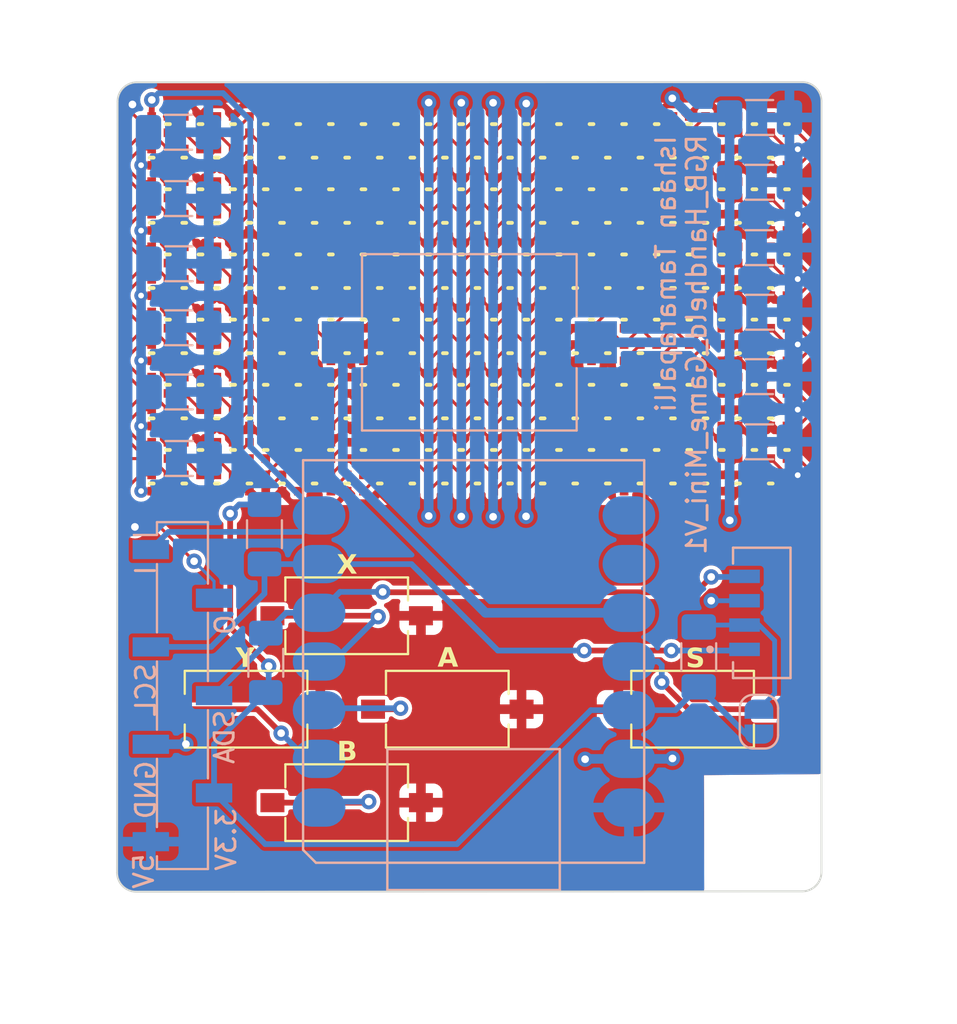
<source format=kicad_pcb>
(kicad_pcb (version 20221018) (generator pcbnew)
  (layers (0 "F.Cu" signal) (31 "B.Cu" signal) (34 "B.Paste" user) (35 "F.Paste" user) (36 "B.SilkS" user "B.Silkscreen") (37 "F.SilkS" user "F.Silkscreen") (38 "B.Mask" user) (39 "F.Mask" user) (44 "Edge.Cuts" user))
  (net 0 "")
  (net 1 "GND")
  (net 2 "Net-(D10-DIN)")
  (net 3 "Net-(D10-DOUT)")
  (net 4 "Net-(D11-DOUT)")
  (net 5 "Net-(D6-DOUT)")
  (net 6 "Net-(D7-DOUT)")
  (net 7 "+5V")
  (net 8 "Net-(D8-DOUT)")
  (net 9 "Net-(D5-DOUT)")
  (net 10 "Net-(D4-DOUT)")
  (net 11 "Net-(D3-DOUT)")
  (net 12 "Net-(D2-DOUT)")
  (net 13 "Net-(D1-DOUT)")
  (net 14 "Net-(D49-DOUT)")
  (net 15 "LED_DOUT")
  (net 16 "Net-(D81-DOUT)")
  (net 17 "Net-(D100-DIN)")
  (net 18 "A6_D6")
  (net 19 "A1_D1")
  (net 20 "A2_D2")
  (net 21 "A3_D3")
  (net 22 "A4_D4_SDA")
  (net 23 "A5_D5_SCL")
  (net 24 "A7_D7")
  (net 25 "A8_D8")
  (net 26 "A9_D9")
  (net 27 "A10_D10")
  (net 28 "+3.3V")
  (net 29 "Net-(D113-DIN)")
  (net 30 "Net-(D117-DIN)")
  (net 31 "Net-(D101-DOUT)")
  (net 32 "Net-(D115-DIN)")
  (net 33 "Net-(D119-DIN)")
  (net 34 "Net-(D129-DOUT)")
  (net 35 "Net-(D130-DOUT)")
  (net 36 "Net-(D131-DOUT)")
  (net 37 "Net-(D13-DOUT)")
  (net 38 "Net-(D21-DIN)")
  (net 39 "Net-(D22-DIN)")
  (net 40 "Net-(D23-DIN)")
  (net 41 "Net-(D61-DIN)")
  (net 42 "Net-(D62-DIN)")
  (net 43 "Net-(D63-DIN)")
  (net 44 "Net-(D97-DOUT)")
  (net 45 "Net-(D98-DOUT)")
  (net 46 "Net-(D114-DIN)")
  (net 47 "Net-(D116-DIN)")
  (net 48 "Net-(D118-DIN)")
  (net 49 "A0_D0")
  (net 50 "Net-(D12-DOUT)")
  (net 51 "Net-(D14-DOUT)")
  (net 52 "Net-(D15-DOUT)")
  (net 53 "Net-(D17-DOUT)")
  (net 54 "Net-(D24-DIN)")
  (net 55 "Net-(D25-DIN)")
  (net 56 "Net-(D26-DIN)")
  (net 57 "Net-(D27-DIN)")
  (net 58 "Net-(D28-DIN)")
  (net 59 "Net-(D29-DIN)")
  (net 60 "Net-(D30-DIN)")
  (net 61 "Net-(D31-DIN)")
  (net 62 "Net-(D41-DOUT)")
  (net 63 "Net-(D42-DOUT)")
  (net 64 "Net-(D43-DOUT)")
  (net 65 "Net-(D44-DOUT)")
  (net 66 "Net-(D45-DOUT)")
  (net 67 "Net-(D46-DOUT)")
  (net 68 "Net-(D47-DOUT)")
  (net 69 "Net-(D132-DOUT)")
  (net 70 "Net-(D133-DOUT)")
  (net 71 "Net-(D134-DOUT)")
  (net 72 "Net-(D135-DOUT)")
  (net 73 "Net-(D136-DOUT)")
  (net 74 "Net-(D137-DOUT)")
  (net 75 "Net-(D138-DOUT)")
  (net 76 "Net-(D139-DOUT)")
  (net 77 "Net-(D141-DOUT)")
  (net 78 "Net-(D145-DIN)")
  (net 79 "Net-(D146-DIN)")
  (net 80 "Net-(D147-DIN)")
  (net 81 "Net-(D148-DIN)")
  (net 82 "Net-(D149-DIN)")
  (net 83 "Net-(D150-DIN)")
  (net 84 "Net-(D151-DIN)")
  (net 85 "Net-(D152-DIN)")
  (net 86 "Net-(D153-DIN)")
  (net 87 "Net-(D154-DIN)")
  (net 88 "Net-(D155-DIN)")
  (net 89 "Net-(D156-DIN)")
  (net 90 "Net-(D157-DIN)")
  (net 91 "Net-(D158-DIN)")
  (net 92 "Net-(D159-DIN)")
  (net 93 "Net-(D161-DOUT)")
  (net 94 "Net-(D162-DOUT)")
  (net 95 "Net-(D163-DOUT)")
  (net 96 "Net-(D164-DOUT)")
  (net 97 "Net-(D165-DOUT)")
  (net 98 "Net-(D166-DOUT)")
  (net 99 "Net-(D167-DOUT)")
  (net 100 "Net-(D168-DOUT)")
  (net 101 "Net-(D169-DOUT)")
  (net 102 "Net-(D170-DOUT)")
  (net 103 "Net-(D171-DOUT)")
  (net 104 "Net-(D172-DOUT)")
  (net 105 "Net-(D173-DOUT)")
  (net 106 "Net-(D174-DOUT)")
  (net 107 "Net-(D175-DOUT)")
  (net 108 "Net-(D181-DIN)")
  (net 109 "Net-(D182-DIN)")
  (net 110 "Net-(D183-DIN)")
  (net 111 "Net-(D184-DIN)")
  (net 112 "Net-(D185-DIN)")
  (net 113 "Net-(D186-DIN)")
  (net 114 "Net-(D187-DIN)")
  (net 115 "Net-(D188-DIN)")
  (net 116 "Net-(D189-DIN)")
  (net 117 "Net-(D190-DIN)")
  (net 118 "Net-(D191-DIN)")
  (net 119 "Net-(D16-DOUT)")
  (net 120 "Net-(D18-DOUT)")
  (net 121 "Net-(D19-DOUT)")
  (net 122 "Net-(D21-DOUT)")
  (net 123 "Net-(D32-DIN)")
  (net 124 "Net-(D33-DIN)")
  (net 125 "Net-(D34-DIN)")
  (net 126 "Net-(D35-DIN)")
  (net 127 "Net-(D36-DIN)")
  (net 128 "Net-(D37-DIN)")
  (net 129 "Net-(D38-DIN)")
  (net 130 "Net-(D39-DIN)")
  (net 131 "Net-(D48-DOUT)")
  (net 132 "Net-(D50-DOUT)")
  (net 133 "Net-(D51-DOUT)")
  (net 134 "Net-(D52-DOUT)")
  (net 135 "Net-(D53-DOUT)")
  (net 136 "Net-(D54-DOUT)")
  (net 137 "Net-(D55-DOUT)")
  (net 138 "Net-(D56-DOUT)")
  (net 139 "Net-(D57-DOUT)")
  (net 140 "Net-(D58-DOUT)")
  (net 141 "Net-(D59-DOUT)")
  (net 142 "Net-(D61-DOUT)")
  (net 143 "Net-(D64-DIN)")
  (net 144 "Net-(D65-DIN)")
  (net 145 "Net-(D66-DIN)")
  (net 146 "Net-(D67-DIN)")
  (net 147 "Net-(D68-DIN)")
  (net 148 "Net-(D69-DIN)")
  (net 149 "Net-(D70-DIN)")
  (net 150 "Net-(D71-DIN)")
  (net 151 "Net-(D72-DIN)")
  (net 152 "Net-(D73-DIN)")
  (net 153 "Net-(D74-DIN)")
  (net 154 "Net-(D75-DIN)")
  (net 155 "Net-(D76-DIN)")
  (net 156 "Net-(D77-DIN)")
  (net 157 "Net-(D78-DIN)")
  (net 158 "Net-(D79-DIN)")
  (net 159 "Net-(D82-DOUT)")
  (net 160 "Net-(D83-DOUT)")
  (net 161 "Net-(D84-DOUT)")
  (net 162 "Net-(D85-DOUT)")
  (net 163 "Net-(D86-DOUT)")
  (net 164 "Net-(D87-DOUT)")
  (net 165 "Net-(D88-DOUT)")
  (net 166 "Net-(D89-DOUT)")
  (net 167 "Net-(D90-DOUT)")
  (net 168 "Net-(D91-DOUT)")
  (net 169 "Net-(D92-DOUT)")
  (net 170 "Net-(D93-DOUT)")
  (net 171 "Net-(D94-DOUT)")
  (net 172 "Net-(D95-DOUT)")
  (net 173 "Net-(D96-DOUT)")
  (net 174 "Net-(D101-DIN)")
  (net 175 "Net-(D102-DIN)")
  (net 176 "Net-(D103-DIN)")
  (net 177 "Net-(D104-DIN)")
  (net 178 "Net-(D105-DIN)")
  (net 179 "Net-(D106-DIN)")
  (net 180 "Net-(D107-DIN)")
  (net 181 "Net-(D108-DIN)")
  (net 182 "Net-(D109-DIN)")
  (net 183 "Net-(D110-DIN)")
  (net 184 "Net-(D111-DIN)")
  (net 185 "Net-(D112-DIN)")
  (net 186 "Net-(D121-DOUT)")
  (net 187 "Net-(D122-DOUT)")
  (net 188 "Net-(D123-DOUT)")
  (net 189 "Net-(D124-DOUT)")
  (net 190 "Net-(D125-DOUT)")
  (net 191 "Net-(D126-DOUT)")
  (net 192 "Net-(D127-DOUT)")
  (net 193 "Net-(D128-DOUT)")
  (net 194 "Net-(D141-DIN)")
  (net 195 "Net-(D142-DIN)")
  (net 196 "Net-(D143-DIN)")
  (net 197 "Net-(D144-DIN)")
  (net 198 "Net-(D176-DOUT)")
  (net 199 "Net-(D177-DOUT)")
  (net 200 "Net-(D178-DOUT)")
  (net 201 "Net-(D179-DOUT)")
  (net 202 "Net-(D181-DOUT)")
  (net 203 "Net-(D192-DIN)")
  (net 204 "Net-(D193-DIN)")
  (net 205 "Net-(D194-DIN)")
  (net 206 "Net-(D195-DIN)")
  (net 207 "Net-(D196-DIN)")
  (net 208 "Net-(D197-DIN)")
  (net 209 "Net-(D198-DIN)")
  (net 210 "Net-(D199-DIN)")
  (net 211 "Net-(D201-DOUT)")
  (net 212 "Net-(D202-DOUT)")
  (net 213 "Net-(D203-DOUT)")
  (net 214 "Net-(D204-DOUT)")
  (net 215 "Net-(D205-DOUT)")
  (net 216 "Net-(D206-DOUT)")
  (net 217 "Net-(D207-DOUT)")
  (net 218 "Net-(D208-DOUT)")
  (net 219 "Net-(D209-DOUT)")
  (net 220 "Net-(D210-DOUT)")
  (net 221 "Net-(D211-DOUT)")
  (net 222 "Net-(D212-DOUT)")
  (net 223 "Net-(D213-DOUT)")
  (net 224 "Net-(D214-DOUT)")
  (net 225 "Net-(D215-DOUT)")
  (net 226 "Net-(D216-DOUT)")
  (net 227 "Net-(D217-DOUT)")
  (net 228 "Net-(D218-DOUT)")
  (net 229 "Net-(D219-DOUT)")
  (net 230 "Net-(D221-DIN)")
  (net 231 "Net-(D222-DIN)")
  (net 232 "Net-(D223-DIN)")
  (net 233 "Net-(D224-DIN)")
  (net 234 "Net-(D225-DIN)")
  (net 235 "Net-(D226-DIN)")
  (net 236 "Net-(D227-DIN)")
  (net 237 "Net-(D228-DIN)")
  (net 238 "Net-(D229-DIN)")
  (net 239 "Net-(D230-DIN)")
  (net 240 "Net-(D231-DIN)")
  (net 241 "Net-(D232-DIN)")
  (net 242 "Net-(D233-DIN)")
  (net 243 "Net-(D234-DIN)")
  (net 244 "Net-(D235-DIN)")
  (net 245 "Net-(D236-DIN)")
  (net 246 "Net-(D237-DIN)")
  (net 247 "Net-(D238-DIN)")
  (net 248 "Net-(D239-DIN)")
  (net 249 "Net-(D20-DOUT)")
  (net 250 "Net-(D60-DOUT)")
  (net 251 "Net-(D100-DOUT)")
  (net 252 "Net-(D140-DOUT)")
  (net 253 "Net-(D180-DOUT)")
  (net 254 "Net-(D220-DOUT)")
  (net 255 "Net-(JP1-A)")
  (footprint "WS2812_THT:LED_SMD_1mmx1mm_JLC" (layer "F.Cu") (at 20.4 15.299999 180)
    (fp_text reference "D193" hide)
    (fp_text value "~")
  )
  (footprint "WS2812_THT:LED_SMD_1mmx1mm_JLC" (layer "F.Cu") (at 32.299999 8.5 180)
    (fp_text reference "D120" hide)
    (fp_text value "~")
  )
  (footprint "WS2812_THT:LED_SMD_1mmx1mm_JLC" (layer "F.Cu") (at 25.5 11.9 180)
    (fp_text reference "D156" hide)
    (fp_text value "~")
  )
  (footprint "WS2812_THT:LED_SMD_1mmx1mm_JLC" (layer "F.Cu") (at 17 13.6)
    (fp_text reference "D171" hide)
    (fp_text value "~")
  )
  (footprint "WS2812_THT:LED_SMD_1mmx1mm_JLC" (layer "F.Cu") (at 5.1 3.4)
    (fp_text reference "D44" hide)
    (fp_text value "~")
  )
  (footprint "WS2812_THT:LED_SMD_1mmx1mm_JLC" (layer "F.Cu") (at 17 18.7 180)
    (fp_text reference "D231" hide)
    (fp_text value "~")
  )
  (footprint "WS2812_THT:LED_SMD_1mmx1mm_JLC" (layer "F.Cu") (at 5.1 0)
    (fp_text reference "D4" hide)
    (fp_text value "~")
  )
  (footprint "WS2812_THT:LED_SMD_1mmx1mm_JLC" (layer "F.Cu") (at 8.5 18.7 180)
    (fp_text reference "D226" hide)
    (fp_text value "~")
  )
  (footprint "WS2812_THT:LED_SMD_1mmx1mm_JLC" (layer "F.Cu") (at 1.7 15.299999 180)
    (fp_text reference "D182" hide)
    (fp_text value "~")
  )
  (footprint "WS2812_THT:LED_SMD_1mmx1mm_JLC" (layer "F.Cu") (at 23.8 1.7 180)
    (fp_text reference "D35" hide)
    (fp_text value "~")
  )
  (footprint "WS2812_THT:LED_SMD_1mmx1mm_JLC" (layer "F.Cu") (at 0 6.8)
    (fp_text reference "D81" hide)
    (fp_text value "~")
  )
  (footprint "WS2812_THT:LED_SMD_1mmx1mm_JLC" (layer "F.Cu") (at 3.4 0)
    (fp_text reference "D3" hide)
    (fp_text value "~")
  )
  (footprint "WS2812_THT:LED_SMD_1mmx1mm_JLC" (layer "F.Cu") (at 10.2 18.7 180)
    (fp_text reference "D227" hide)
    (fp_text value "~")
  )
  (footprint "WS2812_THT:LED_SMD_1mmx1mm_JLC" (layer "F.Cu") (at 27.2 10.2)
    (fp_text reference "D137" hide)
    (fp_text value "~")
  )
  (footprint "WS2812_THT:LED_SMD_1mmx1mm_JLC" (layer "F.Cu") (at 11.9 3.4)
    (fp_text reference "D48" hide)
    (fp_text value "~")
  )
  (footprint "WS2812_THT:LED_SMD_1mmx1mm_JLC" (layer "F.Cu") (at 8.5 11.9 180)
    (fp_text reference "D146" hide)
    (fp_text value "~")
  )
  (footprint "WS2812_THT:LED_SMD_1mmx1mm_JLC" (layer "F.Cu") (at 10.2 0)
    (fp_text reference "D7" hide)
    (fp_text value "~")
  )
  (footprint "WS2812_THT:LED_SMD_1mmx1mm_JLC" (layer "F.Cu") (at 8.5 6.8)
    (fp_text reference "D86" hide)
    (fp_text value "~")
  )
  (footprint "WS2812_THT:LED_SMD_1mmx1mm_JLC" (layer "F.Cu") (at 15.299999 15.299999 180)
    (fp_text reference "D190" hide)
    (fp_text value "~")
  )
  (footprint "WS2812_THT:LED_SMD_1mmx1mm_JLC" (layer "F.Cu") (at 17 10.2)
    (fp_text reference "D131" hide)
    (fp_text value "~")
  )
  (footprint "WS2812_THT:LED_SMD_1mmx1mm_JLC" (layer "F.Cu") (at 23.8 10.2)
    (fp_text reference "D135" hide)
    (fp_text value "~")
  )
  (footprint "WS2812_THT:LED_SMD_1mmx1mm_JLC" (layer "F.Cu") (at 20.4 0)
    (fp_text reference "D13" hide)
    (fp_text value "~")
  )
  (footprint "WS2812_THT:LED_SMD_1mmx1mm_JLC" (layer "F.Cu") (at 15.299999 3.4)
    (fp_text reference "D50" hide)
    (fp_text value "~")
  )
  (footprint "WS2812_THT:LED_SMD_1mmx1mm_JLC" (layer "F.Cu") (at 20.4 3.4)
    (fp_text reference "D53" hide)
    (fp_text value "~")
  )
  (footprint "WS2812_THT:LED_SMD_1mmx1mm_JLC" (layer "F.Cu") (at 32.299999 6.8)
    (fp_text reference "D100" hide)
    (fp_text value "~")
  )
  (footprint "WS2812_THT:LED_SMD_1mmx1mm_JLC" (layer "F.Cu") (at 32.299999 1.7 180)
    (fp_text reference "D40" hide)
    (fp_text value "~")
  )
  (footprint "WS2812_THT:LED_SMD_1mmx1mm_JLC" (layer "F.Cu") (at 30.599999 8.5 180)
    (fp_text reference "D119" hide)
    (fp_text value "~")
  )
  (footprint "WS2812_THT:LED_SMD_1mmx1mm_JLC" (layer "F.Cu") (at 30.599999 1.7 180)
    (fp_text reference "D39" hide)
    (fp_text value "~")
  )
  (footprint "WS2812_THT:LED_SMD_1mmx1mm_JLC" (layer "F.Cu") (at 10.2 15.299999 180)
    (fp_text reference "D187" hide)
    (fp_text value "~")
  )
  (footprint "WS2812_THT:LED_SMD_1mmx1mm_JLC" (layer "F.Cu") (at 32.299999 3.4)
    (fp_text reference "D60" hide)
    (fp_text value "~")
  )
  (footprint "WS2812_THT:LED_SMD_1mmx1mm_JLC" (layer "F.Cu") (at 6.8 11.9 180)
    (fp_text reference "D145" hide)
    (fp_text value "~")
  )
  (footprint "WS2812_THT:LED_SMD_1mmx1mm_JLC" (layer "F.Cu") (at 1.7 8.5 180)
    (fp_text reference "D102" hide)
    (fp_text value "~")
  )
  (footprint "WS2812_THT:LED_SMD_1mmx1mm_JLC" (layer "F.Cu") (at 28.9 11.9 180)
    (fp_text reference "D158" hide)
    (fp_text value "~")
  )
  (footprint "WS2812_THT:LED_SMD_1mmx1mm_JLC" (layer "F.Cu") (at 20.4 5.1 180)
    (fp_text reference "D73" hide)
    (fp_text value "~")
  )
  (footprint "WS2812_THT:LED_SMD_1mmx1mm_JLC" (layer "F.Cu") (at 17 0)
    (fp_text reference "D11" hide)
    (fp_text value "~")
  )
  (footprint "MountingHole:MountingHole_2.5mm" (layer "F.Cu") (at 31.18 36.69)
    (fp_text reference "H1" hide)
    (fp_text value "MountingHole")
  )
  (footprint "WS2812_THT:LED_SMD_1mmx1mm_JLC" (layer "F.Cu") (at 22.099999 3.4)
    (fp_text reference "D54" hide)
    (fp_text value "~")
  )
  (footprint "WS2812_THT:LED_SMD_1mmx1mm_JLC" (layer "F.Cu") (at 22.099999 1.7 180)
    (fp_text reference "D34" hide)
    (fp_text value "~")
  )
  (footprint "WS2812_THT:LED_SMD_1mmx1mm_JLC" (layer "F.Cu") (at 13.6 11.9 180)
    (fp_text reference "D149" hide)
    (fp_text value "~")
  )
  (footprint "WS2812_THT:LED_SMD_1mmx1mm_JLC" (layer "F.Cu") (at 15.299999 5.1 180)
    (fp_text reference "D70" hide)
    (fp_text value "~")
  )
  (footprint "WS2812_THT:LED_SMD_1mmx1mm_JLC" (layer "F.Cu") (at 30.599999 10.2)
    (fp_text reference "D139" hide)
    (fp_text value "~")
  )
  (footprint "WS2812_THT:LED_SMD_1mmx1mm_JLC" (layer "F.Cu") (at 18.7 5.1 180)
    (fp_text reference "D72" hide)
    (fp_text value "~")
  )
  (footprint "WS2812_THT:LED_SMD_1mmx1mm_JLC" (layer "F.Cu") (at 11.9 13.6)
    (fp_text reference "D168" hide)
    (fp_text value "~")
  )
  (footprint "WS2812_THT:LED_SMD_1mmx1mm_JLC" (layer "F.Cu") (at 10.2 13.6)
    (fp_text reference "D167" hide)
    (fp_text value "~")
  )
  (footprint "WS2812_THT:LED_SMD_1mmx1mm_JLC" (layer "F.Cu") (at 0 10.2)
    (fp_text reference "D121" hide)
    (fp_text value "~")
  )
  (footprint "WS2812_THT:LED_SMD_1mmx1mm_JLC" (layer "F.Cu") (at 20.4 18.7 180)
    (fp_text reference "D233" hide)
    (fp_text value "~")
  )
  (footprint "WS2812_THT:LED_SMD_1mmx1mm_JLC" (layer "F.Cu") (at 27.2 3.4)
    (fp_text reference "D57" hide)
    (fp_text value "~")
  )
  (footprint "WS2812_THT:LED_SMD_1mmx1mm_JLC" (layer "F.Cu") (at 23.8 0)
    (fp_text reference "D15" hide)
    (fp_text value "~")
  )
  (footprint "WS2812_THT:LED_SMD_1mmx1mm_JLC" (layer "F.Cu") (at 25.5 3.4)
    (fp_text reference "D56" hide)
    (fp_text value "~")
  )
  (footprint "WS2812_THT:LED_SMD_1mmx1mm_JLC" (layer "F.Cu") (at 13.6 8.5 180)
    (fp_text reference "D109" hide)
    (fp_text value "~")
  )
  (footprint "WS2812_THT:LED_SMD_1mmx1mm_JLC" (layer "F.Cu") (at 25.5 0)
    (fp_text reference "D16" hide)
    (fp_text value "~")
  )
  (footprint "WS2812_THT:LED_SMD_1mmx1mm_JLC" (layer "F.Cu") (at 18.7 1.7 180)
    (fp_text reference "D32" hide)
    (fp_text value "~")
  )
  (footprint "WS2812_THT:LED_SMD_1mmx1mm_JLC" (layer "F.Cu") (at 11.9 11.9 180)
    (fp_text reference "D148" hide)
    (fp_text value "~")
  )
  (footprint "WS2812_THT:LED_SMD_1mmx1mm_JLC" (layer "F.Cu") (at 17 5.1 180)
    (fp_text reference "D71" hide)
    (fp_text value "~")
  )
  (footprint "WS2812_THT:LED_SMD_1mmx1mm_JLC" (layer "F.Cu") (at 22.099999 13.6)
    (fp_text reference "D174" hide)
    (fp_text value "~")
  )
  (footprint "WS2812_THT:LED_SMD_1mmx1mm_JLC" (layer "F.Cu") (at 32.299999 13.6)
    (fp_text reference "D180" hide)
    (fp_text value "~")
  )
  (footprint "WS2812_THT:LED_SMD_1mmx1mm_JLC" (layer "F.Cu") (at 0 5.1 180)
    (fp_text reference "D61" hide)
    (fp_text value "~")
  )
  (footprint "WS2812_THT:LED_SMD_1mmx1mm_JLC" (layer "F.Cu") (at 13.6 18.7 180)
    (fp_text reference "D229" hide)
    (fp_text value "~")
  )
  (footprint "WS2812_THT:LED_SMD_1mmx1mm_JLC" (layer "F.Cu") (at 10.2 6.8)
    (fp_text reference "D87" hide)
    (fp_text value "~")
  )
  (footprint "WS2812_THT:LED_SMD_1mmx1mm_JLC" (layer "F.Cu") (at 20.4 1.7 180)
    (fp_text reference "D33" hide)
    (fp_text value "~")
  )
  (footprint "Button_Switch_SMD:SW_Tactile_SPST_NO_Straight_CK_PTS636Sx25SMTRLFS" (layer "F.Cu") (at 9.75 35.375 180)
    (fp_text reference "B1" hide)
    (fp_text value "SW_Push")
  )
  (footprint "Button_Switch_SMD:SW_Tactile_SPST_NO_Straight_CK_PTS636Sx25SMTRLFS" (layer "F.Cu") (at 9.75 25.625 180)
    (fp_text reference "X1" hide)
    (fp_text value "SW_Push")
  )
  (footprint "WS2812_THT:LED_SMD_1mmx1mm_JLC" (layer "F.Cu") (at 15.299999 11.9 180)
    (fp_text reference "D150" hide)
    (fp_text value "~")
  )
  (footprint "WS2812_THT:LED_SMD_1mmx1mm_JLC" (layer "F.Cu") (at 5.1 18.7 180)
    (fp_text reference "D224" hide)
    (fp_text value "~")
  )
  (footprint "WS2812_THT:LED_SMD_1mmx1mm_JLC" (layer "F.Cu") (at 20.4 6.8)
    (fp_text reference "D93" hide)
    (fp_text value "~")
  )
  (footprint "WS2812_THT:LED_SMD_1mmx1mm_JLC" (layer "F.Cu") (at 25.5 10.2)
    (fp_text reference "D136" hide)
    (fp_text value "~")
  )
  (footprint "WS2812_THT:LED_SMD_1mmx1mm_JLC" (layer "F.Cu") (at 32.299999 15.299999 180)
    (fp_text reference "D200" hide)
    (fp_text value "~")
  )
  (footprint "WS2812_THT:LED_SMD_1mmx1mm_JLC" (layer "F.Cu") (at 17 8.5 180)
    (fp_text reference "D111" hide)
    (fp_text value "~")
  )
  (footprint "WS2812_THT:LED_SMD_1mmx1mm_JLC" (layer "F.Cu") (at 15.299999 8.5 180)
    (fp_text reference "D110" hide)
    (fp_text value "~")
  )
  (footprint "WS2812_THT:LED_SMD_1mmx1mm_JLC" (layer "F.Cu") (at 22.099999 0)
    (fp_text reference "D14" hide)
    (fp_text value "~")
  )
  (footprint "WS2812_THT:LED_SMD_1mmx1mm_JLC" (layer "F.Cu") (at 8.5 17)
    (fp_text reference "D206" hide)
    (fp_text value "~")
  )
  (footprint "WS2812_THT:LED_SMD_1mmx1mm_JLC" (layer "F.Cu") (at 15.299999 6.8)
    (fp_text reference "D90" hide)
    (fp_text value "~")
  )
  (footprint "WS2812_THT:LED_SMD_1mmx1mm_JLC" (layer "F.Cu") (at 11.9 1.7 180)
    (fp_text reference "D28" hide)
    (fp_text value "~")
  )
  (footprint "WS2812_THT:LED_SMD_1mmx1mm_JLC" (layer "F.Cu") (at 10.2 11.9 180)
    (fp_text reference "D147" hide)
    (fp_text value "~")
  )
  (footprint "WS2812_THT:LED_SMD_1mmx1mm_JLC" (layer "F.Cu") (at 6.8 13.6)
    (fp_text reference "D165" hide)
    (fp_text value "~")
  )
  (footprint "WS2812_THT:LED_SMD_1mmx1mm_JLC" (layer "F.Cu") (at 22.099999 8.5 180)
    (fp_text reference "D114" hide)
    (fp_text value "~")
  )
  (footprint "WS2812_THT:LED_SMD_1mmx1mm_JLC" (layer "F.Cu") (at 30.599999 0)
    (fp_text reference "D19" hide)
    (fp_text value "~")
  )
  (footprint "WS2812_THT:LED_SMD_1mmx1mm_JLC" (layer "F.Cu") (at 17 17)
    (fp_text reference "D211" hide)
    (fp_text value "~")
  )
  (footprint "WS2812_THT:LED_SMD_1mmx1mm_JLC" (layer "F.Cu") (at 1.7 1.7 180)
    (fp_text reference "D22" hide)
    (fp_text value "~")
  )
  (footprint "WS2812_THT:LED_SMD_1mmx1mm_JLC" (layer "F.Cu") (at 6.8 8.5 180)
    (fp_text reference "D105" hide)
    (fp_text value "~")
  )
  (footprint "WS2812_THT:LED_SMD_1mmx1mm_JLC" (layer "F.Cu") (at 20.4 11.9 180)
    (fp_text reference "D153" hide)
    (fp_text value "~")
  )
  (footprint "WS2812_THT:LED_SMD_1mmx1mm_JLC" (layer "F.Cu") (at 18.7 6.8)
    (fp_text reference "D92" hide)
    (fp_text value "~")
  )
  (footprint "WS2812_THT:LED_SMD_1mmx1mm_JLC" (layer "F.Cu") (at 28.9 5.1 180)
    (fp_text reference "D78" hide)
    (fp_text value "~")
  )
  (footprint "WS2812_THT:LED_SMD_1mmx1mm_JLC" (layer "F.Cu") (at 13.6 1.7 180)
    (fp_text reference "D29" hide)
    (fp_text value "~")
  )
  (footprint "WS2812_THT:LED_SMD_1mmx1mm_JLC" (layer "F.Cu") (at 6.8 17)
    (fp_text reference "D205" hide)
    (fp_text value "~")
  )
  (footprint "WS2812_THT:LED_SMD_1mmx1mm_JLC" (layer "F.Cu") (at 6.8 0)
    (fp_text reference "D5" hide)
    (fp_text value "~")
  )
  (footprint "WS2812_THT:LED_SMD_1mmx1mm_JLC" (layer "F.Cu") (at 15.299999 13.6)
    (fp_text reference "D170" hide)
    (fp_text value "~")
  )
  (footprint "WS2812_THT:LED_SMD_1mmx1mm_JLC" (layer "F.Cu") (at 8.5 0)
    (fp_text reference "D6" hide)
    (fp_text value "~")
  )
  (footprint "WS2812_THT:LED_SMD_1mmx1mm_JLC" (layer "F.Cu") (at 30.599999 5.1 180)
    (fp_text reference "D79" hide)
    (fp_text value "~")
  )
  (footprint "WS2812_THT:LED_SMD_1mmx1mm_JLC" (layer "F.Cu") (at 27.2 1.7 180)
    (fp_text reference "D37" hide)
    (fp_text value "~")
  )
  (footprint "WS2812_THT:LED_SMD_1mmx1mm_JLC" (layer "F.Cu") (at 23.8 17)
    (fp_text reference "D215" hide)
    (fp_text value "~")
  )
  (footprint "WS2812_THT:LED_SMD_1mmx1mm_JLC" (layer "F.Cu") (at 15.299999 0)
    (fp_text reference "D10" hide)
    (fp_text value "~")
  )
  (footprint "WS2812_THT:LED_SMD_1mmx1mm_JLC" (layer "F.Cu") (at 18.7 0)
    (fp_text reference "D12" hide)
    (fp_text value "~")
  )
  (footprint "WS2812_THT:LED_SMD_1mmx1mm_JLC" (layer "F.Cu") (at 3.4 13.6)
    (fp_text reference "D163" hide)
    (fp_text value "~")
  )
  (footprint "WS2812_THT:LED_SMD_1mmx1mm_JLC" (layer "F.Cu") (at 18.7 17)
    (fp_text reference "D212" hide)
    (fp_text value "~")
  )
  (footprint "WS2812_THT:LED_SMD_1mmx1mm_JLC" (layer "F.Cu") (at 32.299999 17)
    (fp_text reference "D220" hide)
    (fp_text value "~")
  )
  (footprint "WS2812_THT:LED_SMD_1mmx1mm_JLC" (layer "F.Cu") (at 6.8 3.4)
    (fp_text reference "D45" hide)
    (fp_text value "~")
  )
  (footprint "WS2812_THT:LED_SMD_1mmx1mm_JLC" (layer "F.Cu") (at 32.299999 18.7 180)
    (fp_text reference "D240" hide)
    (fp_text value "~")
  )
  (footprint "WS2812_THT:LED_SMD_1mmx1mm_JLC" (layer "F.Cu") (at 3.4 18.7 180)
    (fp_text reference "D223" hide)
    (fp_text value "~")
  )
  (footprint "WS2812_THT:LED_SMD_1mmx1mm_JLC" (layer "F.Cu") (at 13.6 0)
    (fp_text reference "D9" hide)
    (fp_text value "~")
  )
  (footprint "WS2812_THT:LED_SMD_1mmx1mm_JLC" (layer "F.Cu") (at 25.5 6.8)
    (fp_text reference "D96" hide)
    (fp_text value "~")
  )
  (footprint "WS2812_THT:LED_SMD_1mmx1mm_JLC" (layer "F.Cu") (at 30.599999 3.4)
    (fp_text reference "D59" hide)
    (fp_text value "~")
  )
  (footprint "WS2812_THT:LED_SMD_1mmx1mm_JLC" (layer "F.Cu") (at 25.5 17)
    (fp_text reference "D216" hide)
    (fp_text value "~")
  )
  (footprint "WS2812_THT:LED_SMD_1mmx1mm_JLC" (layer "F.Cu") (at 10.2 1.7 180)
    (fp_text reference "D27" hide)
    (fp_text value "~")
  )
  (footprint "WS2812_THT:LED_SMD_1mmx1mm_JLC" (layer "F.Cu") (at 17 11.9 180)
    (fp_text reference "D151" hide)
    (fp_text value "~")
  )
  (footprint "WS2812_THT:LED_SMD_1mmx1mm_JLC" (layer "F.Cu") (at 28.9 0)
    (fp_text reference "D18" hide)
    (fp_text value "~")
  )
  (footprint "WS2812_THT:LED_SMD_1mmx1mm_JLC" (layer "F.Cu") (at 23.8 5.1 180)
    (fp_text reference "D75" hide)
    (fp_text value "~")
  )
  (footprint "WS2812_THT:LED_SMD_1mmx1mm_JLC" (layer "F.Cu") (at 27.2 18.7 180)
    (fp_text reference "D237" hide)
    (fp_text value "~")
  )
  (footprint "WS2812_THT:LED_SMD_1mmx1mm_JLC" (layer "F.Cu") (at 18.7 3.4)
    (fp_text reference "D52" hide)
    (fp_text value "~")
  )
  (footprint "WS2812_THT:LED_SMD_1mmx1mm_JLC" (layer "F.Cu") (at 3.4 8.5 180)
    (fp_text reference "D103" hide)
    (fp_text value "~")
  )
  (footprint "WS2812_THT:LED_SMD_1mmx1mm_JLC" (layer "F.Cu") (at 28.9 6.8)
    (fp_text reference "D98" hide)
    (fp_text value "~")
  )
  (footprint "WS2812_THT:LED_SMD_1mmx1mm_JLC" (layer "F.Cu") (at 3.4 11.9 180)
    (fp_text reference "D143" hide)
    (fp_text value "~")
  )
  (footprint "WS2812_THT:LED_SMD_1mmx1mm_JLC" (layer "F.Cu") (at 3.4 3.4)
    (fp_text reference "D43" hide)
    (fp_text value "~")
  )
  (footprint "WS2812_THT:LED_SMD_1mmx1mm_JLC" (layer "F.Cu") (at 15.299999 1.7 180)
    (fp_text reference "D30" hide)
    (fp_text value "~")
  )
  (footprint "WS2812_THT:LED_SMD_1mmx1mm_JLC" (layer "F.Cu") (at 28.9 1.7 180)
    (fp_text reference "D38" hide)
    (fp_text value "~")
  )
  (footprint "WS2812_THT:LED_SMD_1mmx1mm_JLC" (layer "F.Cu") (at 23.8 6.8)
    (fp_text reference "D95" hide)
    (fp_text value "~")
  )
  (footprint "WS2812_THT:LED_SMD_1mmx1mm_JLC" (layer "F.Cu") (at 23.8 3.4)
    (fp_text reference "D55" hide)
    (fp_text value "~")
  )
  (footprint "WS2812_THT:LED_SMD_1mmx1mm_JLC" (layer "F.Cu") (at 18.7 13.6)
    (fp_text reference "D172" hide)
    (fp_text value "~")
  )
  (footprint "WS2812_THT:LED_SMD_1mmx1mm_JLC" (layer "F.Cu") (at 8.5 3.4)
    (fp_text reference "D46" hide)
    (fp_text value "~")
  )
  (footprint "WS2812_THT:LED_SMD_1mmx1mm_JLC" (layer "F.Cu") (at 27.2 8.5 180)
    (fp_text reference "D117" hide)
    (fp_text value "~")
  )
  (footprint "WS2812_THT:LED_SMD_1mmx1mm_JLC" (layer "F.Cu") (at 30.599999 17)
    (fp_text reference "D219" hide)
    (fp_text value "~")
  )
  (footprint "WS2812_THT:LED_SMD_1mmx1mm_JLC" (layer "F.Cu") (at 6.8 6.8)
    (fp_text reference "D85" hide)
    (fp_text value "~")
  )
  (footprint "WS2812_THT:LED_SMD_1mmx1mm_JLC" (layer "F.Cu") (at 11.9 8.5 180)
    (fp_text reference "D108" hide)
    (fp_text value "~")
  )
  (footprint "Button_Switch_SMD:SW_Tactile_SPST_NO_Straight_CK_PTS636Sx25SMTRLFS" (layer "F.Cu") (at 15 30.5 180)
    (fp_text reference "A1" hide)
    (fp_text value "SW_Push")
  )
  (footprint "WS2812_THT:LED_SMD_1mmx1mm_JLC" (layer "F.Cu") (at 6.8 5.1 180)
    (fp_text reference "D65" hide)
    (fp_text value "~")
  )
  (footprint "WS2812_THT:LED_SMD_1mmx1mm_JLC" (layer "F.Cu") (at 10.2 10.2)
    (fp_text reference "D127" hide)
    (fp_text value "~")
  )
  (footprint "WS2812_THT:LED_SMD_1mmx1mm_JLC" (layer "F.Cu") (at 5.1 11.9 180)
    (fp_text reference "D144" hide)
    (fp_text value "~")
  )
  (footprint "WS2812_THT:LED_SMD_1mmx1mm_JLC" (layer "F.Cu") (at 11.9 6.8)
    (fp_text reference "D88" hide)
    (fp_text value "~")
  )
  (footprint "WS2812_THT:LED_SMD_1mmx1mm_JLC" (layer "F.Cu") (at 1.7 6.8)
    (fp_text reference "D82" hide)
    (fp_text value "~")
  )
  (footprint "WS2812_THT:LED_SMD_1mmx1mm_JLC" (layer "F.Cu") (at 25.5 13.6)
    (fp_text reference "D176" hide)
    (fp_text value "~")
  )
  (footprint "WS2812_THT:LED_SMD_1mmx1mm_JLC" (layer "F.Cu") (at 25.5 5.1 180)
    (fp_text reference "D76" hide)
    (fp_text value "~")
  )
  (footprint "WS2812_THT:LED_SMD_1mmx1mm_JLC" (layer "F.Cu") (at 20.4 17)
    (fp_text reference "D213" hide)
    (fp_text value "~")
  )
  (footprint "WS2812_THT:LED_SMD_1mmx1mm_JLC" (layer "F.Cu") (at 23.8 18.7 180)
    (fp_text reference "D235" hide)
    (fp_text value "~")
  )
  (footprint "WS2812_THT:LED_SMD_1mmx1mm_JLC" (layer "F.Cu") (at 6.8 15.299999 180)
    (fp_text reference "D185" hide)
    (fp_text value "~")
  )
  (footprint "WS2812_THT:LED_SMD_1mmx1mm_JLC" (layer "F.Cu") (at 17 1.7 180)
    (fp_text reference "D31" hide)
    (fp_text value "~")
  )
  (footprint "WS2812_THT:LED_SMD_1mmx1mm_JLC" (layer "F.Cu") (at 5.1 8.5 180)
    (fp_text reference "D104" hide)
    (fp_text value "~")
  )
  (footprint "WS2812_THT:LED_SMD_1mmx1mm_JLC" (layer "F.Cu") (at 27.2 13.6)
    (fp_text reference "D177" hide)
    (fp_text value "~")
  )
  (footprint "WS2812_THT:LED_SMD_1mmx1mm_JLC" (layer "F.Cu") (at 3.4 1.7 180)
    (fp_text reference "D23" hide)
    (fp_text value "~")
  )
  (footprint "WS2812_THT:LED_SMD_1mmx1mm_JLC" (layer "F.Cu") (at 20.4 10.2)
    (fp_text reference "D133" hide)
    (fp_text value "~")
  )
  (footprint "WS2812_THT:LED_SMD_1mmx1mm_JLC" (layer "F.Cu") (at 1.7 0)
    (fp_text reference "D2" hide)
    (fp_text value "~")
  )
  (footprint "WS2812_THT:LED_SMD_1mmx1mm_JLC" (layer "F.Cu") (at 10.2 8.5 180)
    (fp_text reference "D107" hide)
    (fp_text value "~")
  )
  (footprint "WS2812_THT:LED_SMD_1mmx1mm_JLC" (layer "F.Cu") (at 27.2 0)
    (fp_text reference "D17" hide)
    (fp_text value "~")
  )
  (footprint "WS2812_THT:LED_SMD_1mmx1mm_JLC" (layer "F.Cu") (at 23.8 8.5 180)
    (fp_text reference "D115" hide)
    (fp_text value "~")
  )
  (footprint "WS2812_THT:LED_SMD_1mmx1mm_JLC" (layer "F.Cu") (at 27.2 6.8)
    (fp_text reference "D97" hide)
    (fp_text value "~")
  )
  (footprint "WS2812_THT:LED_SMD_1mmx1mm_JLC" (layer "F.Cu") (at 28.9 17)
    (fp_text reference "D218" hide)
    (fp_text value "~")
  )
  (footprint "WS2812_THT:LED_SMD_1mmx1mm_JLC" (layer "F.Cu") (at 22.099999 17)
    (fp_text reference "D214" hide)
    (fp_text value "~")
  )
  (footprint "Button_Switch_SMD:SW_Tactile_SPST_NO_Straight_CK_PTS636Sx25SMTRLFS" (layer "F.Cu") (at 27.799999 30.5)
    (fp_text reference "SEL1" hide)
    (fp_text value "SW_Push")
  )
  (footprint "WS2812_THT:LED_SMD_1mmx1mm_JLC" (layer "F.Cu") (at 3.4 6.8)
    (fp_text reference "D83" hide)
    (fp_text value "~")
  )
  (footprint "WS2812_THT:LED_SMD_1mmx1mm_JLC" (layer "F.Cu") (at 18.7 18.7 180)
    (fp_text reference "D232" hide)
    (fp_text value "~")
  )
  (footprint "WS2812_THT:LED_SMD_1mmx1mm_JLC" (layer "F.Cu") (at 8.5 8.5 180)
    (fp_text reference "D106" hide)
    (fp_text value "~")
  )
  (footprint "WS2812_THT:LED_SMD_1mmx1mm_JLC" (layer "F.Cu") (at 30.599999 6.8)
    (fp_text reference "D99" hide)
    (fp_text value "~")
  )
  (footprint "WS2812_THT:LED_SMD_1mmx1mm_JLC" (layer "F.Cu") (at 20.4 8.5 180)
    (fp_text reference "D113" hide)
    (fp_text value "~")
  )
  (footprint "WS2812_THT:LED_SMD_1mmx1mm_JLC" (layer "F.Cu") (at 11.9 0)
    (fp_text reference "D8" hide)
    (fp_text value "~")
  )
  (footprint "WS2812_THT:LED_SMD_1mmx1mm_JLC" (layer "F.Cu") (at 1.7 18.7 180)
    (fp_text reference "D222" hide)
    (fp_text value "~")
  )
  (footprint "WS2812_THT:LED_SMD_1mmx1mm_JLC" (layer "F.Cu") (at 25.5 15.299999 180)
    (fp_text reference "D196" hide)
    (fp_text value "~")
  )
  (footprint "WS2812_THT:LED_SMD_1mmx1mm_JLC" (layer "F.Cu") (at 0 11.9 180)
    (fp_text reference "D141" hide)
    (fp_text value "~")
  )
  (footprint "WS2812_THT:LED_SMD_1mmx1mm_JLC" (layer "F.Cu") (at 27.2 17)
    (fp_text reference "D217" hide)
    (fp_text value "~")
  )
  (footprint "WS2812_THT:LED_SMD_1mmx1mm_JLC" (layer "F.Cu") (at 30.599999 13.6)
    (fp_text reference "D179" hide)
    (fp_text value "~")
  )
  (footprint "WS2812_THT:LED_SMD_1mmx1mm_JLC" (layer "F.Cu") (at 1.7 5.1 180)
    (fp_text reference "D62" hide)
    (fp_text value "~")
  )
  (footprint "WS2812_THT:LED_SMD_1mmx1mm_JLC" (layer "F.Cu") (at 17 15.299999 180)
    (fp_text reference "D191" hide)
    (fp_text value "~")
  )
  (footprint "WS2812_THT:LED_SMD_1mmx1mm_JLC" (layer "F.Cu") (at 15.299999 17)
    (fp_text reference "D210" hide)
    (fp_text value "~")
  )
  (footprint "WS2812_THT:LED_SMD_1mmx1mm_JLC" (layer "F.Cu") (at 8.5 1.7 180)
    (fp_text reference "D26" hide)
    (fp_text value "~")
  )
  (footprint "WS2812_THT:LED_SMD_1mmx1mm_JLC" (layer "F.Cu") (at 5.1 10.2)
    (fp_text reference "D124" hide)
    (fp_text value "~")
  )
  (footprint "WS2812_THT:LED_SMD_1mmx1mm_JLC" (layer "F.Cu") (at 10.2 5.1 180)
    (fp_text reference "D67" hide)
    (fp_text value "~")
  )
  (footprint "WS2812_THT:LED_SMD_1mmx1mm_JLC" (layer "F.Cu") (at 28.9 18.7 180)
    (fp_text reference "D238" hide)
    (fp_text value "~")
  )
  (footprint "WS2812_THT:LED_SMD_1mmx1mm_JLC" (layer "F.Cu") (at 22.099999 5.1 180)
    (fp_text reference "D74" hide)
    (fp_text value "~")
  )
  (footprint "WS2812_THT:LED_SMD_1mmx1mm_JLC" (layer "F.Cu") (at 1.7 13.6)
    (fp_text reference "D162" hide)
    (fp_text value "~")
  )
  (footprint "WS2812_THT:LED_SMD_1mmx1mm_JLC" (layer "F.Cu") (at 5.1 17)
    (fp_text reference "D204" hide)
    (fp_text value "~")
  )
  (footprint "WS2812_THT:LED_SMD_1mmx1mm_JLC" (layer "F.Cu") (at 23.8 13.6)
    (fp_text reference "D175" hide)
    (fp_text value "~")
  )
  (footprint "WS2812_THT:LED_SMD_1mmx1mm_JLC" (layer "F.Cu") (at 28.9 13.6)
    (fp_text reference "D178" hide)
    (fp_text value "~")
  )
  (footprint "WS2812_THT:LED_SMD_1mmx1mm_JLC" (layer "F.Cu") (at 0 18.7 180)
    (fp_text reference "D221" hide)
    (fp_text value "~")
  )
  (footprint "WS2812_THT:LED_SMD_1mmx1mm_JLC" (layer "F.Cu") (at 0 17)
    (fp_text reference "D201" hide)
    (fp_text value "~")
  )
  (footprint "WS2812_THT:LED_SMD_1mmx1mm_JLC" (layer "F.Cu") (at 1.7 17)
    (fp_text reference "D202" hide)
    (fp_text value "~")
  )
  (footprint "WS2812_THT:LED_SMD_1mmx1mm_JLC" (layer "F.Cu") (at 0 0)
    (fp_text reference "D1" hide)
    (fp_text value "~")
  )
  (footprint "WS2812_THT:LED_SMD_1mmx1mm_JLC" (layer "F.Cu") (at 32.299999 11.9 180)
    (fp_text reference "D160" hide)
    (fp_text value "~")
  )
  (footprint "WS2812_THT:LED_SMD_1mmx1mm_JLC" (layer "F.Cu") (at 3.4 10.2)
    (fp_text reference "D123" hide)
    (fp_text value "~")
  )
  (footprint "WS2812_THT:LED_SMD_1mmx1mm_JLC" (layer "F.Cu") (at 25.5 18.7 180)
    (fp_text reference "D236" hide)
    (fp_text value "~")
  )
  (footprint "WS2812_THT:LED_SMD_1mmx1mm_JLC" (layer "F.Cu") (at 27.2 15.299999 180)
    (fp_text reference "D197" hide)
    (fp_text value "~")
  )
  (footprint "WS2812_THT:LED_SMD_1mmx1mm_JLC" (layer "F.Cu") (at 13.6 6.8)
    (fp_text reference "D89" hide)
    (fp_text value "~")
  )
  (footprint "WS2812_THT:LED_SMD_1mmx1mm_JLC" (layer "F.Cu") (at 18.7 15.299999 180)
    (fp_text reference "D192" hide)
    (fp_text value "~")
  )
  (footprint "WS2812_THT:LED_SMD_1mmx1mm_JLC" (layer "F.Cu") (at 13.6 17)
    (fp_text reference "D209" hide)
    (fp_text value "~")
  )
  (footprint "WS2812_THT:LED_SMD_1mmx1mm_JLC" (layer "F.Cu") (at 8.5 5.1 180)
    (fp_text reference "D66" hide)
    (fp_text value "~")
  )
  (footprint "WS2812_THT:LED_SMD_1mmx1mm_JLC" (layer "F.Cu") (at 5.1 5.1 180)
    (fp_text reference "D64" hide)
    (fp_text value "~")
  )
  (footprint "WS2812_THT:LED_SMD_1mmx1mm_JLC" (layer "F.Cu") (at 27.2 5.1 180)
    (fp_text reference "D77" hide)
    (fp_text value "~")
  )
  (footprint "WS2812_THT:LED_SMD_1mmx1mm_JLC" (layer "F.Cu") (at 0 1.7 180)
    (fp_text reference "D21" hide)
    (fp_text value "~")
  )
  (footprint "WS2812_THT:LED_SMD_1mmx1mm_JLC" (layer "F.Cu") (at 1.7 3.4)
    (fp_text reference "D42" hide)
    (fp_text value "~")
  )
  (footprint "WS2812_THT:LED_SMD_1mmx1mm_JLC" (layer "F.Cu") (at 15.299999 10.2)
    (fp_text reference "D130" hide)
    (fp_text value "~")
  )
  (footprint "WS2812_THT:LED_SMD_1mmx1mm_JLC" (layer "F.Cu") (at 23.8 15.299999 180)
    (fp_text reference "D195" hide)
    (fp_text value "~")
  )
  (footprint "WS2812_THT:LED_SMD_1mmx1mm_JLC" (layer "F.Cu") (at 1.7 10.2)
    (fp_text reference "D122" hide)
    (fp_text value "~")
  )
  (footprint "WS2812_THT:LED_SMD_1mmx1mm_JLC" (layer "F.Cu") (at 13.6 15.299999 180)
    (fp_text reference "D189" hide)
    (fp_text value "~")
  )
  (footprint "WS2812_THT:LED_SMD_1mmx1mm_JLC" (layer "F.Cu") (at 5.1 6.8)
    (fp_text reference "D84" hide)
    (fp_text value "~")
  )
  (footprint "WS2812_THT:LED_SMD_1mmx1mm_JLC" (layer "F.Cu") (at 22.099999 18.7 180)
    (fp_text reference "D234" hide)
    (fp_text value "~")
  )
  (footprint "WS2812_THT:LED_SMD_1mmx1mm_JLC" (layer "F.Cu") (at 28.9 10.2)
    (fp_text reference "D138" hide)
    (fp_text value "~")
  )
  (footprint "WS2812_THT:LED_SMD_1mmx1mm_JLC" (layer "F.Cu") (at 22.099999 10.2)
    (fp_text reference "D134" hide)
    (fp_text value "~")
  )
  (footprint "WS2812_THT:LED_SMD_1mmx1mm_JLC" (layer "F.Cu") (at 30.599999 18.7 180)
    (fp_text reference "D239" hide)
    (fp_text value "~")
  )
  (footprint "WS2812_THT:LED_SMD_1mmx1mm_JLC" (layer "F.Cu") (at 13.6 10.2)
    (fp_text reference "D129" hide)
    (fp_text value "~")
  )
  (footprint "WS2812_THT:LED_SMD_1mmx1mm_JLC" (layer "F.Cu") (at 11.9 10.2)
    (fp_text reference "D128" hide)
    (fp_text value "~")
  )
  (footprint "WS2812_THT:LED_SMD_1mmx1mm_JLC" (layer "F.Cu") (at 8.5 13.6)
    (fp_text reference "D166" hide)
    (fp_text value "~")
  )
  (footprint "WS2812_THT:LED_SMD_1mmx1mm_JLC" (layer "F.Cu") (at 22.099999 15.299999 180)
    (fp_text reference "D194" hide)
    (fp_text value "~")
  )
  (footprint "WS2812_THT:LED_SMD_1mmx1mm_JLC" (layer "F.Cu") (at 0 13.6)
    (fp_text reference "D161" hide)
    (fp_text value "~")
  )
  (footprint "WS2812_THT:LED_SMD_1mmx1mm_JLC" (layer "F.Cu") (at 11.9 18.7 180)
    (fp_text reference "D228" hide)
    (fp_text value "~")
  )
  (footprint "WS2812_THT:LED_SMD_1mmx1mm_JLC" (layer "F.Cu") (at 30.599999 15.299999 180)
    (fp_text reference "D199" hide)
    (fp_text value "~")
  )
  (footprint "WS2812_THT:LED_SMD_1mmx1mm_JLC" (layer "F.Cu") (at 10.2 17)
    (fp_text reference "D207" hide)
    (fp_text value "~")
  )
  (footprint "WS2812_THT:LED_SMD_1mmx1mm_JLC" (layer "F.Cu") (at 32.299999 10.2)
    (fp_text reference "D140" hide)
    (fp_text value "~")
  )
  (footprint "WS2812_THT:LED_SMD_1mmx1mm_JLC" (layer "F.Cu") (at 18.7 10.2)
    (fp_text reference "D132" hide)
    (fp_text value "~")
  )
  (footprint "WS2812_THT:LED_SMD_1mmx1mm_JLC" (layer "F.Cu") (at 17 3.4)
    (fp_text reference "D51" hide)
    (fp_text value "~")
  )
  (footprint "WS2812_THT:LED_SMD_1mmx1mm_JLC" (layer "F.Cu") (at 18.7 8.5 180)
    (fp_text reference "D112" hide)
    (fp_text value "~")
  )
  (footprint "WS2812_THT:LED_SMD_1mmx1mm_JLC" (layer "F.Cu") (at 17 6.8)
    (fp_text reference "D91" hide)
    (fp_text value "~")
  )
  (footprint "WS2812_THT:LED_SMD_1mmx1mm_JLC" (layer "F.Cu") (at 10.2 3.4)
    (fp_text reference "D47" hide)
    (fp_text value "~")
  )
  (footprint "WS2812_THT:LED_SMD_1mmx1mm_JLC" (layer "F.Cu") (at 1.7 11.9 180)
    (fp_text reference "D142" hide)
    (fp_text value "~")
  )
  (footprint "WS2812_THT:LED_SMD_1mmx1mm_JLC" (layer "F.Cu") (at 23.8 11.9 180)
    (fp_text reference "D155" hide)
    (fp_text value "~")
  )
  (footprint "WS2812_THT:LED_SMD_1mmx1mm_JLC" (layer "F.Cu") (at 0 15.299999 180)
    (fp_text reference "D181" hide)
    (fp_text value "~")
  )
  (footprint "WS2812_THT:LED_SMD_1mmx1mm_JLC" (layer "F.Cu") (at 20.4 13.6)
    (fp_text reference "D173" hide)
    (fp_text value "~")
  )
  (footprint "WS2812_THT:LED_SMD_1mmx1mm_JLC" (layer "F.Cu") (at 11.9 15.299999 180)
    (fp_text reference "D188" hide)
    (fp_text value "~")
  )
  (footprint "WS2812_THT:LED_SMD_1mmx1mm_JLC" (layer "F.Cu") (at 8.5 15.299999 180)
    (fp_text reference "D186" hide)
    (fp_text value "~")
  )
  (footprint "WS2812_THT:LED_SMD_1mmx1mm_JLC" (layer "F.Cu") (at 18.7 11.9 180)
    (fp_text reference "D152" hide)
    (fp_text value "~")
  )
  (footprint "WS2812_THT:LED_SMD_1mmx1mm_JLC" (layer "F.Cu") (at 32.299999 5.1 180)
    (fp_text reference "D80" hide)
    (fp_text value "~")
  )
  (footprint "WS2812_THT:LED_SMD_1mmx1mm_JLC" (layer "F.Cu") (at 15.299999 18.7 180)
    (fp_text reference "D230" hide)
    (fp_text value "~")
  )
  (footprint "WS2812_THT:LED_SMD_1mmx1mm_JLC" (layer "F.Cu") (at 13.6 5.1 180)
    (fp_text reference "D69" hide)
    (fp_text value "~")
  )
  (footprint "WS2812_THT:LED_SMD_1mmx1mm_JLC" (layer "F.Cu") (at 32.299999 0)
    (fp_text reference "D20" hide)
    (fp_text value "~")
  )
  (footprint "WS2812_THT:LED_SMD_1mmx1mm_JLC" (layer "F.Cu") (at 22.099999 11.9 180)
    (fp_text reference "D154" hide)
    (fp_text value "~")
  )
  (footprint "WS2812_THT:LED_SMD_1mmx1mm_JLC" (layer "F.Cu") (at 5.1 15.299999 180)
    (fp_text reference "D184" hide)
    (fp_text value "~")
  )
  (footprint "WS2812_THT:LED_SMD_1mmx1mm_JLC" (layer "F.Cu") (at 28.9 3.4)
    (fp_text reference "D58" hide)
    (fp_text value "~")
  )
  (footprint "WS2812_THT:LED_SMD_1mmx1mm_JLC" (layer "F.Cu") (at 5.1 1.7 180)
    (fp_text reference "D24" hide)
    (fp_text value "~")
  )
  (footprint "WS2812_THT:LED_SMD_1mmx1mm_JLC" (layer "F.Cu") (at 6.8 1.7 180)
    (fp_text reference "D25" hide)
    (fp_text value "~")
  )
  (footprint "WS2812_THT:LED_SMD_1mmx1mm_JLC" (layer "F.Cu") (at 3.4 15.299999 180)
    (fp_text reference "D183" hide)
    (fp_text value "~")
  )
  (footprint "WS2812_THT:LED_SMD_1mmx1mm_JLC" (layer "F.Cu") (at 0 3.4)
    (fp_text reference "D41" hide)
    (fp_text value "~")
  )
  (footprint "WS2812_THT:LED_SMD_1mmx1mm_JLC" (layer "F.Cu") (at 28.9 8.5 180)
    (fp_text reference "D118" hide)
    (fp_text value "~")
  )
  (footprint "WS2812_THT:LED_SMD_1mmx1mm_JLC" (layer "F.Cu") (at 28.9 15.299999 180)
    (fp_text reference "D198" hide)
    (fp_text value "~")
  )
  (footprint "WS2812_THT:LED_SMD_1mmx1mm_JLC" (layer "F.Cu") (at 13.6 13.6)
    (fp_text reference "D169" hide)
    (fp_text value "~")
  )
  (footprint "WS2812_THT:LED_SMD_1mmx1mm_JLC" (layer "F.Cu") (at 5.1 13.6)
    (fp_text reference "D164" hide)
    (fp_text value "~")
  )
  (footprint "WS2812_THT:LED_SMD_1mmx1mm_JLC" (layer "F.Cu") (at 25.5 1.7 180)
    (fp_text reference "D36" hide)
    (fp_text value "~")
  )
  (footprint "WS2812_THT:LED_SMD_1mmx1mm_JLC" (layer "F.Cu") (at 0 8.5 180)
    (fp_text reference "D101" hide)
    (fp_text value "~")
  )
  (footprint "WS2812_THT:LED_SMD_1mmx1mm_JLC" (layer "F.Cu") (at 11.9 5.1 180)
    (fp_text reference "D68" hide)
    (fp_text value "~")
  )
  (footprint "WS2812_THT:LED_SMD_1mmx1mm_JLC" (layer "F.Cu") (at 6.8 18.7 180)
    (fp_text reference "D225" hide)
    (fp_text value "~")
  )
  (footprint "WS2812_THT:LED_SMD_1mmx1mm_JLC" (layer "F.Cu") (at 27.2 11.9 180)
    (fp_text reference "D157" hide)
    (fp_text value "~")
  )
  (footprint "WS2812_THT:LED_SMD_1mmx1mm_JLC" (layer "F.Cu") (at 25.5 8.5 180)
    (fp_text reference "D116" hide)
    (fp_text value "~")
  )
  (footprint "Button_Switch_SMD:SW_Tactile_SPST_NO_Straight_CK_PTS636Sx25SMTRLFS" (layer "F.Cu") (at 4.5 30.5 180)
    (fp_text reference "Y1" hide)
    (fp_text value "SW_Push")
  )
  (footprint "WS2812_THT:LED_SMD_1mmx1mm_JLC" (layer "F.Cu") (at 13.6 3.4)
    (fp_text reference "D49" hide)
    (fp_text value "~")
  )
  (footprint "WS2812_THT:LED_SMD_1mmx1mm_JLC" (layer "F.Cu") (at 8.5 10.2)
    (fp_text reference "D126" hide)
    (fp_text value "~")
  )
  (footprint "WS2812_THT:LED_SMD_1mmx1mm_JLC" (layer "F.Cu") (at 3.4 17)
    (fp_text reference "D203" hide)
    (fp_text value "~")
  )
  (footprint "WS2812_THT:LED_SMD_1mmx1mm_JLC" (layer "F.Cu") (at 11.9 17)
    (fp_text reference "D208" hide)
    (fp_text value "~")
  )
  (footprint "WS2812_THT:LED_SMD_1mmx1mm_JLC" (layer "F.Cu") (at 6.8 10.2)
    (fp_text reference "D125" hide)
    (fp_text value "~")
  )
  (footprint "WS2812_THT:LED_SMD_1mmx1mm_JLC" (layer "F.Cu") (at 30.599999 11.9 180)
    (fp_text reference "D159" hide)
    (fp_text value "~")
  )
  (footprint "WS2812_THT:LED_SMD_1mmx1mm_JLC" (layer "F.Cu") (at 22.099999 6.8)
    (fp_text reference "D94" hide)
    (fp_text value "~")
  )
  (footprint "WS2812_THT:LED_SMD_1mmx1mm_JLC" (layer "F.Cu") (at 3.4 5.1 180)
    (fp_text reference "D63" hide)
    (fp_text value "~")
  )
  (footprint "Connector_PinSocket_2.54mm:PinSocket_1x07_P2.54mm_Vertical_SMD_Pin1Right" (layer "B.Cu") (at 1.18 29.79 180)
    (fp_text reference "J1" hide)
    (fp_text value "Conn_01x07_Pin")
  )
  (footprint "Jumper:SolderJumper-2_P1.3mm_Open_RoundedPad1.0x1.5mm" (layer "B.Cu") (at 31.26 31.15 -90)
    (fp_text reference "JP1" hide)
    (fp_text value "SolderJumper_2_Open")
  )
  (footprint "Capacitor_SMD:C_1206_3216Metric_Pad1.33x1.80mm_HandSolder" (layer "B.Cu") (at 31.3 9.79 180)
    (fp_text reference "C7" hide)
    (fp_text value "C")
  )
  (footprint "Capacitor_SMD:C_1206_3216Metric_Pad1.33x1.80mm_HandSolder" (layer "B.Cu") (at 31.2825 3.01 180)
    (fp_text reference "C3" hide)
    (fp_text value "C")
  )
  (footprint "Capacitor_SMD:C_1206_3216Metric_Pad1.33x1.80mm_HandSolder" (layer "B.Cu") (at 0.9925 10.6 180)
    (fp_text reference "C6" hide)
    (fp_text value "C")
  )
  (footprint "Capacitor_SMD:C_1206_3216Metric_Pad1.33x1.80mm_HandSolder" (layer "B.Cu") (at 1.0025 13.95 180)
    (fp_text reference "C8" hide)
    (fp_text value "C")
  )
  (footprint "Resistor_SMD:R_1206_3216Metric_Pad1.30x1.75mm_HandSolder" (layer "B.Cu") (at 5.46 21.37 -90)
    (fp_text reference "R2" hide)
    (fp_text value "10k")
  )
  (footprint "xiao ESP32C3_PCB:MODULE_xiao_ESP32_no_keepout" (layer "B.Cu") (at 16.15 15.31075)
    (fp_text reference "U1" hide)
    (fp_text value "MOUDLE-SEEEDUINO-XIAO-ESP32C3" hide)
  )
  (footprint "Capacitor_SMD:C_1206_3216Metric_Pad1.33x1.80mm_HandSolder" (layer "B.Cu") (at 28.12 27.77 90)
    (fp_text reference "C13" hide)
    (fp_text value "C")
  )
  (footprint "Capacitor_SMD:C_1206_3216Metric_Pad1.33x1.80mm_HandSolder" (layer "B.Cu") (at 0.97 0.4 180)
    (fp_text reference "C12" hide)
    (fp_text value "C")
  )
  (footprint "Capacitor_SMD:C_1206_3216Metric_Pad1.33x1.80mm_HandSolder" (layer "B.Cu") (at 31.2925 -0.37 180)
    (fp_text reference "C1" hide)
    (fp_text value "C")
  )
  (footprint "Capacitor_SMD:C_1206_3216Metric_Pad1.33x1.80mm_HandSolder" (layer "B.Cu") (at 0.9825 3.86 180)
    (fp_text reference "C2" hide)
    (fp_text value "C")
  )
  (footprint "VEML7700:XDCR_VEML7700-TT" (layer "B.Cu") (at 31.41 25.475)
    (fp_text reference "U2" hide)
    (fp_text value "VEML7700-TT")
  )
  (footprint "Capacitor_SMD:C_1206_3216Metric_Pad1.33x1.80mm_HandSolder" (layer "B.Cu") (at 31.28 13.15 180)
    (fp_text reference "C9" hide)
    (fp_text value "C")
  )
  (footprint "Capacitor_SMD:C_1206_3216Metric_Pad1.33x1.80mm_HandSolder" (layer "B.Cu") (at 1.0125 17.42 180)
    (fp_text reference "C10" hide)
    (fp_text value "C")
  )
  (footprint "Capacitor_SMD:C_1206_3216Metric_Pad1.33x1.80mm_HandSolder" (layer "B.Cu") (at 1.0025 7.26 180)
    (fp_text reference "C4" hide)
    (fp_text value "C")
  )
  (footprint "Buzzer_Beeper:Buzzer_Mallory_AST1109MLTRQ" (layer "B.Cu") (at 16.15 11.36)
    (fp_text reference "BZ1" hide)
    (fp_text value "Buzzer")
  )
  (footprint "Resistor_SMD:R_1206_3216Metric_Pad1.30x1.75mm_HandSolder" (layer "B.Cu") (at 5.53 28.08 90)
    (fp_text reference "R1" hide)
    (fp_text value "10k")
  )
  (footprint "Capacitor_SMD:C_1206_3216Metric_Pad1.33x1.80mm_HandSolder" (layer "B.Cu") (at 31.29 16.55 180)
    (fp_text reference "C11" hide)
    (fp_text value "C")
  )
  (footprint "Capacitor_SMD:C_1206_3216Metric_Pad1.33x1.80mm_HandSolder" (layer "B.Cu") (at 31.275 6.42 180)
    (fp_text reference "C5" hide)
    (fp_text value "C")
  )
  (gr_line (start -1.23 40.02) (end 33.522893 40.002893) (stroke (width 0.1)) (layer "Edge.Cuts"))
  (gr_arc (start -2.202893 -1.202893) (mid -1.91 -1.91) (end -1.202893 -2.202893) (stroke (width 0.1)) (layer "Edge.Cuts"))
  (gr_arc (start 34.522893 39.002893) (mid 34.23 39.71) (end 33.522893 40.002893) (stroke (width 0.1)) (layer "Edge.Cuts"))
  (gr_line (start -1.202893 -2.202893) (end 33.522893 -2.212893) (stroke (width 0.1)) (layer "Edge.Cuts"))
  (gr_arc (start 33.522893 -2.212893) (mid 34.23 -1.92) (end 34.522893 -1.212893) (stroke (width 0.1)) (layer "Edge.Cuts"))
  (gr_arc (start -1.23 40.02) (mid -1.937107 39.727107) (end -2.23 39.02) (stroke (width 0.1)) (layer "Edge.Cuts"))
  (gr_line (start 34.522893 -1.212893) (end 34.522893 39.002893) (stroke (width 0.1)) (layer "Edge.Cuts"))
  (gr_line (start -2.202893 -1.202893) (end -2.23 39.02) (stroke (width 0.1)) (layer "Edge.Cuts"))
  (gr_text "I\n" (at -0.15 22.93 90) (layer "B.SilkS") (effects (font (size 1 1)) (justify left bottom mirror)))
  (gr_text "RGB_Handheld_Game_Mini_V1\n\n\n" (at 31.81 0.43 90) (layer "B.SilkS") (effects (font (size 1 1)) (justify left bottom mirror)))
  (gr_text "SCL\n" (at -0.15 28.01 90) (layer "B.SilkS") (effects (font (size 1 1)) (justify left bottom mirror)))
  (gr_text "GND" (at -0.15 33.09 90) (layer "B.SilkS") (effects (font (size 1 1)) (justify left bottom mirror)))
  (gr_text "O\n" (at 4 25.47 90) (layer "B.SilkS") (effects (font (size 1 1)) (justify left bottom mirror)))
  (gr_text "Ishaan Tamarapalli \n" (at 26.99 0.48 90) (layer "B.SilkS") (effects (font (size 1 1)) (justify left bottom mirror)))
  (gr_text "3.3V\n\n\n" (at 7.27 35.58 90) (layer "B.SilkS") (effects (font (size 1 1)) (justify left bottom mirror)))
  (gr_text "5V\n" (at -0.25 37.95 90) (layer "B.SilkS") (effects (font (size 1 1)) (justify left bottom mirror)))
  (gr_text "SDA\n" (at 3.96 30.44 90) (layer "B.SilkS") (effects (font (size 1 1)) (justify left bottom mirror)))
  (gr_text "X" (at 9.23 23.6) (layer "F.SilkS") (effects (font (size 1 1)) (justify left bottom)))
  (gr_text "B" (at 9.24 33.34) (layer "F.SilkS") (effects (font (size 1 1)) (justify left bottom)))
  (gr_text "Y" (at 3.95 28.46) (layer "F.SilkS") (effects (font (size 1 1)) (justify left bottom)))
  (gr_text "S" (at 27.44 28.48) (layer "F.SilkS") (effects (font (size 1 1)) (justify left bottom)))
  (gr_text "A\n" (at 14.49 28.45) (layer "F.SilkS") (effects (font (size 1 1)) (justify left bottom)))
  (segment (start 22.524999 16.575) (end 23.375 15.724999) (width 0.16) (layer "F.Cu") (net 1))
  (segment (start 27.625 16.575) (end 27.625 16.574999) (width 0.16) (layer "F.Cu") (net 1))
  (segment (start 25.075 2.125) (end 24.225 2.975) (width 0.16) (layer "F.Cu") (net 1))
  (segment (start 19.125 6.375) (end 18.275 5.525) (width 0.16) (layer "F.Cu") (net 1))
  (segment (start 6.375 12.325) (end 5.525 13.175) (width 0.16) (layer "F.Cu") (net 1))
  (segment (start 26.775 15.724999) (end 26.775 15.725) (width 0.16) (layer "F.Cu") (net 1))
  (segment (start 31.874999 15.725) (end 32.724999 16.575) (width 0.16) (layer "F.Cu") (net 1))
  (segment (start 32.724999 13.175) (end 31.874999 12.325) (width 0.16) (layer "F.Cu") (net 1))
  (segment (start 32.724999 6.375) (end 33.935 6.375) (width 0.3) (layer "F.Cu") (net 1))
  (segment (start 17.425 2.975) (end 16.575 2.125) (width 0.16) (layer "F.Cu") (net 1))
  (segment (start 15.725 13.175) (end 16.575 12.325) (width 0.16) (layer "F.Cu") (net 1))
  (segment (start 19.975 8.925) (end 20.825 9.775) (width 0.16) (layer "F.Cu") (net 1))
  (segment (start 16.575 2.125) (end 15.725 2.975) (width 0.16) (layer "F.Cu") (net 1))
  (segment (start 25.925 2.975) (end 25.075 2.125) (width 0.16) (layer "F.Cu") (net 1))
  (segment (start 5.525 2.975) (end 4.675 2.125) (width 0.16) (layer "F.Cu") (net 1))
  (segment (start 26.775 8.925) (end 27.625 9.775) (width 0.16) (layer "F.Cu") (net 1))
  (segment (start 21.674999 12.325) (end 21.674999 12.325001) (width 0.16) (layer "F.Cu") (net 1))
  (segment (start 10.625 2.975) (end 9.775 2.125) (width 0.16) (layer "F.Cu") (net 1))
  (segment (start 8.925 16.575) (end 8.075 15.725) (width 0.16) (layer "F.Cu") (net 1))
  (segment (start 4.675 15.725) (end 3.825 16.575) (width 0.16) (layer "F.Cu") (net 1))
  (segment (start 29.325 16.574998) (end 30.174999 15.724999) (width 0.16) (layer "F.Cu") (net 1))
  (segment (start 23.375 2.125) (end 23.374999 2.125) (width 0.16) (layer "F.Cu") (net 1))
  (segment (start 17.425 13.175) (end 18.275 12.325) (width 0.16) (layer "F.Cu") (net 1))
  (segment (start 32.724999 13.175) (end 34.015 13.175) (width 0.3) (layer "F.Cu") (net 1))
  (segment (start 21.674999 5.525001) (end 20.825 6.375) (width 0.16) (layer "F.Cu") (net 1))
  (segment (start 8.075 12.325) (end 7.225 13.175) (width 0.16) (layer "F.Cu") (net 1))
  (segment (start 1.275 12.325) (end 0.425 13.175) (width 0.16) (layer "F.Cu") (net 1))
  (segment (start 2.975 5.525) (end 2.125 6.375) (width 0.16) (layer "F.Cu") (net 1))
  (segment (start 10.625 16.575) (end 9.775 15.725) (width 0.16) (layer "F.Cu") (net 1))
  (segment (start 24.225 9.775) (end 25.075 8.925) (width 0.16) (layer "F.Cu") (net 1))
  (segment (start 6.375 5.525) (end 5.525 6.375) (width 0.16) (layer "F.Cu") (net 1))
  (segment (start 19.125 16.575) (end 18.275 15.725) (width 0.16) (layer "F.Cu") (net 1))
  (segment (start 1.275 2.125) (end 0.425 2.975) (width 0.16) (layer "F.Cu") (net 1))
  (segment (start 24.225 16.575) (end 24.225 16.574999) (width 0.16) (layer "F.Cu") (net 1))
  (segment (start 29.325 9.774999) (end 30.174999 8.925) (width 0.16) (layer "F.Cu") (net 1))
  (segment (start 12.325 16.575) (end 11.475 15.725) (width 0.16) (layer "F.Cu") (net 1))
  (segment (start 14.025 16.575) (end 13.175 15.725) (width 0.16) (layer "F.Cu") (net 1))
  (segment (start 25.925 6.375) (end 25.075 5.525) (width 0.16) (layer "F.Cu") (net 1))
  (segment (start 29.325 13.175) (end 28.475 12.325) (width 0.16) (layer "F.Cu") (net 1))
  (segment (start 30.174999 2.125) (end 30.174999 2.125001) (width 0.16) (layer "F.Cu") (net 1))
  (segment (start -0.425 19.125) (end -0.975 19.125) (width 0.16) (layer "F.Cu") (net 1))
  (segment (start 8.075 8.925) (end 8.925 9.775) (width 0.16) (layer "F.Cu") (net 1))
  (segment (start 17.425 16.575) (end 16.575 15.725) (width 0.16) (layer "F.Cu") (net 1))
  (segment (start 31.024999 2.975) (end 30.174999 2.125) (width 0.16) (layer "F.Cu") (net 1))
  (segment (start 20.825 2.975) (end 19.975 2.125) (width 0.16) (layer "F.Cu") (net 1))
  (segment (start 22.525 9.775) (end 23.375 8.925) (width 0.16) (layer "F.Cu") (net 1))
  (segment (start 12.325 6.375) (end 11.475 5.525) (width 0.16) (layer "F.Cu") (net 1))
  (segment (start -0.965 12.325) (end -0.98 12.31) (width 0.16) (layer "F.Cu") (net 1))
  (segment (start 21.674999 5.525) (end 21.674999 5.525001) (width 0.16) (layer "F.Cu") (net 1))
  (segment (start 14.025 13.175) (end 13.175 12.325) (width 0.16) (layer "F.Cu") (net 1))
  (segment (start 27.625 9.775) (end 28.475 8.925) (width 0.16) (layer "F.Cu") (net 1))
  (segment (start 2.125 9.775) (end 2.975 8.925) (width 0.16) (layer "F.Cu") (net 1))
  (segment (start 18.275 15.725) (end 17.425 16.575) (width 0.16) (layer "F.Cu") (net 1))
  (segment (start 19.125 16.574999) (end 19.975 15.724999) (width 0.16) (layer "F.Cu") (net 1))
  (segment (start 25.925 16.574999) (end 26.775 15.724999) (width 0.16) (layer "F.Cu") (net 1))
  (segment (start 23.374999 12.325) (end 22.524999 13.175) (width 0.16) (layer "F.Cu") (net 1))
  (segment (start 12.325 13.175) (end 11.475 12.325) (width 0.16) (layer "F.Cu") (net 1))
  (segment (start 5.525 13.175) (end 4.675 12.325) (width 0.16) (layer "F.Cu") (net 1))
  (segment (start 14.875 15.725) (end 14.025 16.575) (width 0.16) (layer "F.Cu") (net 1))
  (segment (start -0.43 15.73) (end -0.98 15.73) (width 0.16) (layer "F.Cu") (net 1))
  (segment (start 31.874999 2.125) (end 31.024999 2.975) (width 0.16) (layer "F.Cu") (net 1))
  (segment (start 27.625 16.574999) (end 28.475 15.724999) (width 0.16) (layer "F.Cu") (net 1))
  (segment (start 25.075 5.525) (end 24.225 6.375) (width 0.16) (layer "F.Cu") (net 1))
  (segment (start 31.024999 16.574999) (end 31.874999 15.724999) (width 0.16) (layer "F.Cu") (net 1))
  (segment (start 11.475 15.725) (end 10.625 16.575) (width 0.16) (layer "F.Cu") (net 1))
  (segment (start 11.475 12.325) (end 10.625 13.175) (width 0.16) (layer "F.Cu") (net 1))
  (segment (start 11.475 5.525) (end 10.625 6.375) (width 0.16) (layer "F.Cu") (net 1))
  (segment (start 3.825 9.775) (end 4.675 8.925) (width 0.16) (layer "F.Cu") (net 1))
  (segment (start 30.174999 15.725) (end 31.024999 16.575) (width 0.16) (layer "F.Cu") (net 1))
  (segment (start 14.025 9.775) (end 14.875 8.925) (width 0.16) (layer "F.Cu") (net 1))
  (segment (start 21.674999 2.125001) (end 20.825 2.975) (width 0.16) (layer "F.Cu") (net 1))
  (segment (start 30.174999 12.325001) (end 29.325 13.175) (width 0.16) (layer "F.Cu") (net 1))
  (segment (start 18.275 8.925) (end 19.125 9.775) (width 0.16) (layer "F.Cu") (net 1))
  (segment (start 6.375 8.925) (end 7.225 9.775) (width 0.16) (layer "F.Cu") (net 1))
  (segment (start 20.825 9.775) (end 20.825 9.774999) (width 0.16) (layer "F.Cu") (net 1))
  (segment (start 9.775 5.525) (end 8.925 6.375) (width 0.16) (layer "F.Cu") (net 1))
  (segment (start 15.725 6.375) (end 16.575 5.525) (width 0.16) (layer "F.Cu") (net 1))
  (segment (start 24.225 6.375) (end 23.375 5.525) (width 0.16) (layer "F.Cu") (net 1))
  (segment (start 12.325 9.775) (end 13.175 8.925) (width 0.16) (layer "F.Cu") (net 1))
  (segment (start 18.275 12.325) (end 19.125 13.175) (width 0.16) (layer "F.Cu") (net 1))
  (segment (start 13.175 5.525) (end 14.025 6.375) (width 0.16) (layer "F.Cu") (net 1))
  (segment (start 25.925 16.575) (end 25.925 16.574999) (width 0.16) (layer "F.Cu") (net 1))
  (segment (start 25.075 15.725) (end 25.925 16.575) (width 0.16) (layer "F.Cu") (net 1))
  (segment (start 31.874999 15.724999) (end 31.874999 15.725) (width 0.16) (layer "F.Cu") (net 1))
  (segment (start 30.174999 15.724999) (end 30.174999 15.725) (width 0.16) (layer "F.Cu") (net 1))
  (segment (start 16.575 5.525) (end 17.425 6.375) (width 0.16) (layer "F.Cu") (net 1))
  (segment (start 4.675 8.925) (end 5.525 9.775) (width 0.16) (layer "F.Cu") (net 1))
  (segment (start 31.874999 12.325) (end 31.024999 13.175) (width 0.16) (layer "F.Cu") (net 1))
  (segment (start 9.775 15.725) (end 8.925 16.575) (width 0.16) (layer "F.Cu") (net 1))
  (segment (start -0.425 8.925) (end 0.425 9.775) (width 0.16) (layer "F.Cu") (net 1))
  (segment (start 22.524999 13.175) (end 21.674999 12.325) (width 0.16) (layer "F.Cu") (net 1))
  (segment (start 32.724999 16.575) (end 33.965 16.575) (width 0.3) (layer "F.Cu") (net 1))
  (segment (start 2.125 6.375) (end 1.275 5.525) (width 0.16) (layer "F.Cu") (net 1))
  (segment (start 21.674999 15.724999) (end 21.674999 15.725) (width 0.16) (layer "F.Cu") (net 1))
  (segment (start 14.025 -1.145) (end 14.03 -1.15) (width 0.5) (layer "F.Cu") (net 1))
  (segment (start 21.674999 15.725) (end 22.524999 16.575) (width 0.16) (layer "F.Cu") (net 1))
  (segment (start 13.175 15.725) (end 12.325 16.575) (width 0.16) (layer "F.Cu") (net 1))
  (segment (start 8.075 15.725) (end 7.225 16.575) (width 0.16) (layer "F.Cu") (net 1))
  (segment (start 24.225 16.574999) (end 25.075 15.724999) (width 0.16) (layer "F.Cu") (net 1))
  (segment (start 13.175 2.125) (end 12.325 2.975) (width 0.16) (layer "F.Cu") (net 1))
  (segment (start 30.174999 5.525001) (end 29.325 6.375) (width 0.16) (layer "F.Cu") (net 1))
  (segment (start 20.825 16.575) (end 20.825 16.574998) (width 0.16) (layer "F.Cu") (net 1))
  (segment (start 19.125 16.575) (end 19.125 16.574999) (width 0.16) (layer "F.Cu") (net 1))
  (segment (start 15.725 2.975) (end 14.875 2.125) (width 0.16) (layer "F.Cu") (net 1))
  (segment (start 23.375 15.725) (end 24.225 16.575) (width 0.16) (layer "F.Cu") (net 1))
  (segment (start 26.775 15.725) (end 27.625 16.575) (width 0.16) (layer "F.Cu") (net 1))
  (segment (start 27.625 6.375) (end 26.775 5.525) (width 0.16) (layer "F.Cu") (net 1))
  (segment (start 15.725 16.575) (end 14.875 15.725) (width 0.16) (layer "F.Cu") (net 1))
  (segment (start 19.125 2.975) (end 18.275 2.125) (width 0.16) (layer "F.Cu") (net 1))
  (segment (start 23.375 15.724999) (end 23.375 15.725) (width 0.16) (layer "F.Cu") (net 1))
  (segment (start 6.375 15.725) (end 5.525 16.575) (width 0.16) (layer "F.Cu") (net 1))
  (segment (start 17.425 2.975) (end 18.275 2.125) (width 0.16) (layer "F.Cu") (net 1))
  (segment (start 21.674999 8.925) (end 22.524999 9.775) (width 0.16) (layer "F.Cu") (net 1))
  (segment (start 25.925 9.775) (end 26.775 8.925) (width 0.16) (layer "F.Cu") (net 1))
  (segment (start 19.975 12.325) (end 19.125 13.175) (width 0.16) (layer "F.Cu") (net 1))
  (segment (start 17.425 6.375) (end 18.275 5.525) (width 0.16) (layer "F.Cu") (net 1))
  (segment (start -0.425 8.925) (end -0.975 8.925) (width 0.16) (layer "F.Cu") (net 1))
  (segment (start 26.775 5.525) (end 25.925 6.375) (width 0.16) (layer "F.Cu") (net 1))
  (segment (start 3.825 2.975) (end 2.975 2.125) (width 0.16) (layer "F.Cu") (net 1))
  (segment (start 33.985 2.975) (end 33.99 2.98) (width 0.16) (layer "F.Cu") (net 1))
  (segment (start 5.525 16.575) (end 4.675 15.725) (width 0.16) (layer "F.Cu") (net 1))
  (segment (start 28.475 12.325) (end 27.625 13.175) (width 0.16) (layer "F.Cu") (net 1))
  (segment (start 4.675 12.325) (end 3.825 13.175) (width 0.16) (layer "F.Cu") (net 1))
  (segment (start 31.874999 8.925) (end 32.724999 9.775) (width 0.16) (layer "F.Cu") (net 1))
  (segment (start 25.075 8.925) (end 25.925 9.775) (width 0.16) (layer "F.Cu") (net 1))
  (segment (start 19.975 5.525) (end 19.125 6.375) (width 0.16) (layer "F.Cu") (net 1))
  (segment (start 4.675 5.525) (end 3.825 6.375) (width 0.16) (layer "F.Cu") (net 1))
  (segment (start 27.625 13.175) (end 26.775 12.325) (width 0.16) (layer "F.Cu") (net 1))
  (segment (start 11.475 2.125) (end 10.625 2.975) (width 0.16) (layer "F.Cu") (net 1))
  (segment (start 20.825 16.574998) (end 21.674999 15.724999) (width 0.16) (layer "F.Cu") (net 1))
  (segment (start 7.225 2.975) (end 6.375 2.125) (width 0.16) (layer "F.Cu") (net 1))
  (segment (start 15.724999 -1.134999) (end 15.73 -1.14) (width 0.5) (layer "F.Cu") (net 1))
  (segment (start 14.875 5.525) (end 15.725 6.375) (width 0.16) (layer "F.Cu") (net 1))
  (segment (start 20.825 6.375) (end 19.975 5.525) (width 0.16) (layer "F.Cu") (net 1))
  (segment (start 31.024999 13.175) (end 30.174999 12.325) (width 0.16) (layer "F.Cu") (net 1))
  (segment (start 19.125 9.775) (end 19.975 8.925) (width 0.16) (layer "F.Cu") (net 1))
  (segment (start 9.775 12.325) (end 8.925 13.175) (width 0.16) (layer "F.Cu") (net 1))
  (segment (start 7.225 13.175) (end 6.375 12.325) (width 0.16) (layer "F.Cu") (net 1))
  (segment (start 28.475 8.925) (end 29.325 9.775) (width 0.16) (layer "F.Cu") (net 1))
  (segment (start 2.975 8.925) (end 3.825 9.775) (width 0.16) (layer "F.Cu") (net 1))
  (segment (start 14.025 2.975) (end 13.175 2.125) (width 0.16) (layer "F.Cu") (net 1))
  (segment (start 32.724999 2.975) (end 33.985 2.975) (width 0.3) (layer "F.Cu") (net 1))
  (segment (start 26.775 12.325) (end 25.925 13.175) (width 0.16) (layer "F.Cu") (net 1))
  (segment (start 21.674999 2.125) (end 21.674999 2.125001) (width 0.16) (layer "F.Cu") (net 1))
  (segment (start 29.325 16.575) (end 29.325 16.574998) (width 0.16) (layer "F.Cu") (net 1))
  (segment (start 14.875 8.925) (end 15.725 9.775) (width 0.16) (layer "F.Cu") (net 1))
  (segment (start 32.724999 2.975) (end 31.874999 2.125) (width 0.16) (layer "F.Cu") (net 1))
  (segment (start 2.975 15.725) (end 2.125 16.575) (width 0.16) (layer "F.Cu") (net 1))
  (segment (start 22.524999 2.975) (end 21.674999 2.125) (width 0.16) (layer "F.Cu") (net 1))
  (segment (start 21.674999 5.525) (end 22.524999 6.375) (width 0.16) (layer "F.Cu") (net 1))
  (segment (start 0.425 13.175) (end -0.425 12.325) (width 0.16) (layer "F.Cu") (net 1))
  (segment (start 2.975 2.125) (end 2.125 2.975) (width 0.16) (layer "F.Cu") (net 1))
  (segment (start 3.825 16.575) (end 2.975 15.725) (width 0.16) (layer "F.Cu") (net 1))
  (segment (start 23.375 12.325) (end 23.374999 12.325) (width 0.16) (layer "F.Cu") (net 1))
  (segment (start 19.975 15.725) (end 20.825 16.575) (width 0.16) (layer "F.Cu") (net 1))
  (segment (start 28.475 15.724999) (end 28.475 15.725) (width 0.16) (layer "F.Cu") (net 1))
  (segment (start 29.325 6.375) (end 28.475 5.525) (width 0.16) (layer "F.Cu") (net 1))
  (segment (start 8.925 2.975) (end 8.075 2.125) (width 0.16) (layer "F.Cu") (net 1))
  (segment (start 2.125 16.575) (end 1.275 15.725) (width 0.16) (layer "F.Cu") (net 1))
  (segment (start 12.325 2.975) (end 11.475 2.125) (width 0.16) (layer "F.Cu") (net 1))
  (segment (start 1.275 5.525) (end 0.425 6.375) (width 0.16) (layer "F.Cu") (net 1))
  (segment (start 1.275 15.725) (end 0.425 16.575) (width 0.16) (layer "F.Cu") (net 1))
  (segment (start 19.975 2.125) (end 19.125 2.975) (width 0.16) (layer "F.Cu") (net 1))
  (segment (start 25.925 13.175) (end 25.075 12.325) (width 0.16) (layer "F.Cu") (net 1))
  (segment (start 10.625 6.375) (end 9.775 5.525) (width 0.16) (layer "F.Cu") (net 1))
  (segment (start 8.075 5.525) (end 7.225 6.375) (width 0.16) (layer "F.Cu") (net 1))
  (segment (start 3.825 13.175) (end 2.975 12.325) (width 0.16) (layer "F.Cu") (net 1))
  (segment (start 16.575 15.725) (end 15.725 16.575) (width 0.16) (layer "F.Cu") (net 1))
  (segment (start 4.675 2.125) (end 3.825 2.975) (width 0.16) (layer "F.Cu") (net 1))
  (segment (start 13.175 12.325) (end 12.325 13.175) (width 0.16) (layer "F.Cu") (net 1))
  (segment (start 16.575 12.325) (end 17.425 13.175) (width 0.16) (layer "F.Cu") (net 1))
  (segment (start 33.965 16.575) (end 33.97 16.58) (width 0.16) (layer "F.Cu") (net 1))
  (segment (start 28.475 2.125) (end 27.625 2.975) (width 0.16) (layer "F.Cu") (net 1))
  (segment (start 32.724999 6.375) (end 31.874999 5.525) (width 0.16) (layer "F.Cu") (net 1))
  (segment (start 26.775 2.125) (end 25.925 2.975) (width 0.16) (layer "F.Cu") (net 1))
  (segment (start 29.325 9.775) (end 29.325 9.774999) (width 0.16) (layer "F.Cu") (net 1))
  (segment (start 33.935 6.375) (end 33.99 6.32) (width 0.16) (layer "F.Cu") (net 1))
  (segment (start 11.475 8.925) (end 12.325 9.775) (width 0.16) (layer "F.Cu") (net 1))
  (segment (start 2.125 13.175) (end 1.275 12.325) (width 0.16) (layer "F.Cu") (net 1))
  (segment (start 14.025 6.375) (end 14.875 5.525) (width 0.16) (layer "F.Cu") (net 1))
  (segment (start 23.375 8.925) (end 24.225 9.775) (width 0.16) (layer "F.Cu") (net 1))
  (segment (start -0.425 5.525) (end -0.975 5.525) (width 0.16) (layer "F.Cu") (net 1))
  (segment (start 9.775 8.925) (end 10.625 9.775) (width 0.16) (layer "F.Cu") (net 1))
  (segment (start 20.825 13.175) (end 19.975 12.325) (width 0.16) (layer "F.Cu") (net 1))
  (segment (start 29.325 2.975) (end 28.475 2.125) (width 0.16) (layer "F.Cu") (net 1))
  (segment (start 7.225 6.375) (end 6.375 5.525) (width 0.16) (layer "F.Cu") (net 1))
  (segment (start 13.175 8.925) (end 14.025 9.775) (width 0.16) (layer "F.Cu") (net 1))
  (segment (start 30.174999 5.525) (end 30.174999 5.525001) (width 0.16) (layer "F.Cu") (net 1))
  (segment (start 9.775 2.125) (end 8.925 2.975) (width 0.16) (layer "F.Cu") (net 1))
  (segment (start 8.925 9.775) (end 9.775 8.925) (width 0.16) (layer "F.Cu") (net 1))
  (segment (start 5.525 9.775) (end 6.375 8.925) (width 0.16) (layer "F.Cu") (net 1))
  (segment (start -0.43 2.12) (end -0.98 2.12) (width 0.16) (layer "F.Cu") (net 1))
  (segment (start 16.575 8.925) (end 17.425 9.775) (width 0.16) (layer "F.Cu") (net 1))
  (segment (start 30.174999 8.925) (end 31.024999 9.775) (width 0.16) (layer "F.Cu") (net 1))
  (segment (start 17.425 -1.105) (end 17.39 -1.14) (width 0.5) (layer "F.Cu") (net 1))
  (segment (start 10.625 13.175) (end 9.775 12.325) (width 0.16) (layer "F.Cu") (net 1))
  (segment (start 25.075 15.724999) (end 25.075 15.725) (width 0.16) (layer "F.Cu") (net 1))
  (segment (start 31.024999 16.575) (end 31.024999 16.574999) (width 0.16) (layer "F.Cu") (net 1))
  (segment (start 8.925 6.375) (end 8.075 5.525) (width 0.16) (layer "F.Cu") (net 1))
  (segment (start 28.475 15.725) (end 29.325 16.575) (width 0.16) (layer "F.Cu") (net 1))
  (segment (start 30.174999 12.325) (end 30.174999 12.325001) (width 0.16) (layer "F.Cu") (net 1))
  (segment (start 17.425 9.775) (end 18.275 8.925) (width 0.16) (layer "F.Cu") (net 1))
  (segment (start 23.374999 2.125) (end 22.524999 2.975) (width 0.16) (layer "F.Cu") (net 1))
  (segment (start 8.075 2.125) (end 7.225 2.975) (width 0.16) (layer "F.Cu") (net 1))
  (segment (start 7.225 16.575) (end 6.375 15.725) (width 0.16) (layer "F.Cu") (net 1))
  (segment (start 31.024999 6.375) (end 30.174999 5.525) (width 0.16) (layer "F.Cu") (net 1))
  (segment (start 1.275 8.925) (end 2.125 9.775) (width 0.16) (layer "F.Cu") (net 1))
  (segment (start 28.475 5.525) (end 27.625 6.375) (width 0.16) (layer "F.Cu") (net 1))
  (segment (start 3.825 6.375) (end 2.975 5.525) (width 0.16) (layer "F.Cu") (net 1))
  (segment (start 31.874999 5.525) (end 31.024999 6.375) (width 0.16) (layer "F.Cu") (net 1))
  (segment (start 2.975 12.325) (end 2.125 13.175) (width 0.16) (layer "F.Cu") (net 1))
  (segment (start 14.875 12.325) (end 14.025 13.175) (width 0.16) (layer "F.Cu") (net 1))
  (segment (start -0.975 19.125) (end -0.98 19.12) (width 0.16) (layer "F.Cu") (net 1))
  (segment (start 14.875 2.125) (end 14.025 2.975) (width 0.16) (layer "F.Cu") (net 1))
  (segment (start 5.525 6.375) (end 4.675 5.525) (width 0.16) (layer "F.Cu") (net 1))
  (segment (start 24.225 13.175) (end 23.375 12.325) (width 0.16) (layer "F.Cu") (net 1))
  (segment (start 25.075 12.325) (end 24.225 13.175) (width 0.16) (layer "F.Cu") (net 1))
  (segment (start 6.375 2.125) (end 5.525 2.975) (width 0.16) (layer "F.Cu") (net 1))
  (segment (start 31.024999 9.775) (end 31.874999 8.925) (width 0.16) (layer "F.Cu") (net 1))
  (segment (start 0.425 6.375) (end -0.425 5.525) (width 0.16) (layer "F.Cu") (net 1))
  (segment (start 19.975 15.724999) (end 19.975 15.725) (width 0.16) (layer "F.Cu") (net 1))
  (segment (start 20.825 9.774999) (end 21.674999 8.925) (width 0.16) (layer "F.Cu") (net 1))
  (segment (start 24.225 2.975) (end 23.375 2.125) (width 0.16) (layer "F.Cu") (net 1))
  (segment (start 15.725 13.175) (end 14.875 12.325) (width 0.16) (layer "F.Cu") (net 1))
  (segment (start 32.724999 9.775) (end 33.885 9.775) (width 0.3) (layer "F.Cu") (net 1))
  (segment (start -0.975 5.525) (end -0.98 5.53) (width 0.16) (layer "F.Cu") (net 1))
  (segment (start 2.125 2.975) (end 1.275 2.125) (width 0.16) (layer "F.Cu") (net 1))
  (segment (start 30.174999 2.125001) (end 29.325 2.975) (width 0.16) (layer "F.Cu") (net 1))
  (segment (start 0.425 9.775) (end 1.275 8.925) (width 0.16) (layer "F.Cu") (net 1))
  (segment (start 10.625 9.775) (end 11.475 8.925) (width 0.16) (layer "F.Cu") (net 1))
  (segment (start 21.674999 12.325001) (end 20.825 13.175) (width 0.16) (layer "F.Cu") (net 1))
  (segment (start -0.975 8.925) (end -0.98 8.92) (width 0.16) (layer "F.Cu") (net 1))
  (segment (start 23.375 5.525) (end 23.374999 5.525) (width 0.16) (layer "F.Cu") (net 1))
  (segment (start 23.374999 5.525) (end 22.524999 6.375) (width 0.16) (layer "F.Cu") (net 1))
  (segment (start 8.925 13.175) (end 8.075 12.325) (width 0.16) (layer "F.Cu") (net 1))
  (segment (start 22.524999 9.775) (end 22.525 9.775) (width 0.16) (layer "F.Cu") (net 1))
  (segment (start 0.425 16.575) (end -0.425 15.725) (width 0.16) (layer "F.Cu") (net 1))
  (segment (start 12.325 6.375) (end 13.175 5.525) (width 0.16) (layer "F.Cu") (net 1))
  (segment (start 15.725 9.775) (end 16.575 8.925) (width 0.16) (layer "F.Cu") (net 1))
  (segment (start 0.425 2.975) (end -0.425 2.125) (width 0.16) (layer "F.Cu") (net 1))
  (segment (start -0.425 12.325) (end -0.965 12.325) (width 0.16) (layer "F.Cu") (net 1))
  (segment (start 27.625 2.975) (end 26.775 2.125) (width 0.16) (layer "F.Cu") (net 1))
  (segment (start 8.075 8.925) (end 7.225 9.775) (width 0.16) (layer "F.Cu") (net 1))
  (segment (start 19.125 -1.095) (end 19.12 -1.1) (width 0.5) (layer "F.Cu") (net 1))
  (via (at 29.74 20.65) (size 0.8) (drill 0.4) (layers "F.Cu" "B.Cu") (net 1))
  (via (at 14.03 20.42) (size 0.8) (drill 0.4) (layers "F.Cu" "B.Cu") (net 1))
  (via (at 19.12 -1.1) (size 0.8) (drill 0.4) (layers "F.Cu" "B.Cu") (net 1))
  (via (at -0.98 8.92) (size 0.7) (drill 0.3) (layers "F.Cu" "B.Cu") (net 1))
  (via (at 17.39 20.46) (size 0.8) (drill 0.4) (layers "F.Cu" "B.Cu") (net 1))
  (via (at 1.36 32.32) (size 0.8) (drill 0.4) (layers "F.Cu" "B.Cu") (net 1))
  (via (at -0.98 15.73) (size 0.7) (drill 0.3) (layers "F.Cu" "B.Cu") (net 1))
  (via (at -0.98 19.12) (size 0.7) (drill 0.3) (layers "F.Cu" "B.Cu") (net 1))
  (via (at 15.73 -1.14) (size 0.8) (drill 0.4) (layers "F.Cu" "B.Cu") (net 1))
  (via (at -0.98 5.53) (size 0.7) (drill 0.3) (layers "F.Cu" "B.Cu") (net 1))
  (via (at 17.39 -1.14) (size 0.8) (drill 0.4) (layers "F.Cu" "B.Cu") (net 1))
  (via (at 26.75 33.07) (size 0.8) (drill 0.4) (layers "F.Cu" "B.Cu") (net 1))
  (via (at 28.77 24.84) (size 0.8) (drill 0.4) (layers "F.Cu" "B.Cu") (net 1))
  (via (at 19.11 20.44) (size 0.8) (drill 0.4) (layers "F.Cu" "B.Cu") (net 1))
  (via (at 26.74 -1.37) (size 0.8) (drill 0.4) (layers "F.Cu" "B.Cu") (net 1))
  (via (at 15.73 20.45) (size 0.8) (drill 0.4) (layers "F.Cu" "B.Cu") (net 1))
  (via (at 22.19 33.11) (size 0.8) (drill 0.4) (layers "F.Cu" "B.Cu") (net 1))
  (via (at -0.98 12.31) (size 0.7) (drill 0.3) (layers "F.Cu" "B.Cu") (net 1))
  (via (at -0.98 2.12) (size 0.7) (drill 0.3) (layers "F.Cu" "B.Cu") (net 1))
  (via (at 14.03 -1.15) (size 0.8) (drill 0.4) (layers "F.Cu" "B.Cu") (net 1))
  (segment (start -0.47 32.33) (end 1.35 32.33) (width 0.5) (layer "B.Cu") (net 1))
  (segment (start 24.475 33.09075) (end 26.72925 33.09075) (width 0.5) (layer "B.Cu") (net 1))
  (segment (start 19.12 20.43) (end 19.11 20.44) (width 0.5) (layer "B.Cu") (net 1))
  (segment (start 26.72925 33.09075) (end 26.75 33.07) (width 0.5) (layer "B.Cu") (net 1))
  (segment (start 27.9275 11.36) (end 29.7175 13.15) (width 0.5) (layer "B.Cu") (net 1))
  (segment (start 29.73 20.64) (end 29.74 20.65) (width 0.5) (layer "B.Cu") (net 1))
  (segment (start 22.20925 33.09075) (end 22.19 33.11) (width 0.5) (layer "B.Cu") (net 1))
  (segment (start 30.51 24.84) (end 28.77 24.84) (width 0.25) (layer "B.Cu") (net 1))
  (segment (start 22.75 11.36) (end 27.9275 11.36) (width 0.5) (layer "B.Cu") (net 1))
  (segment (start 1.35 32.33) (end 1.36 32.32) (width 0.3) (layer "B.Cu") (net 1))
  (segment (start 15.73 -1.14) (end 15.73 20.45) (width 0.5) (layer "B.Cu") (net 1))
  (segment (start 27.74 -0.37) (end 29.73 -0.37) (width 0.5) (layer "B.Cu") (net 1))
  (segment (start 29.73 -0.37) (end 29.73 20.64) (width 0.5) (layer "B.Cu") (net 1))
  (segment (start 26.74 -1.37) (end 27.74 -0.37) (width 0.5) (layer "B.Cu") (net 1))
  (segment (start -0.98 5.53) (end -0.98 2.12) (width 0.5) (layer "B.Cu") (net 1))
  (segment (start -0.98 2.12) (end -0.98 0.3875) (width 0.5) (layer "B.Cu") (net 1))
  (segment (start -0.98 19.12) (end -0.98 12.31) (width 0.5) (layer "B.Cu") (net 1))
  (segment (start 24.475 33.09075) (end 22.20925 33.09075) (width 0.5) (layer "B.Cu") (net 1))
  (segment (start 19.12 -1.1) (end 19.12 20.43) (width 0.5) (layer "B.Cu") (net 1))
  (segment (start -0.98 12.31) (end -0.98 8.92) (width 0.5) (layer "B.Cu") (net 1))
  (segment (start 14.03 -1.15) (end 14.03 20.42) (width 0.5) (layer "B.Cu") (net 1))
  (segment (start 17.39 -1.14) (end 17.39 20.46) (width 0.5) (layer "B.Cu") (net 1))
  (segment (start -0.98 8.92) (end -0.98 5.53) (width 0.5) (layer "B.Cu") (net 1))
  (segment (start 14.025 0.425) (end 14.875 -0.425) (width 0.16) (layer "F.Cu") (net 2))
  (segment (start 15.725 0.425) (end 16.575 -0.425) (width 0.16) (layer "F.Cu") (net 3))
  (segment (start 17.425 0.425) (end 18.275 -0.425) (width 0.16) (layer "F.Cu") (net 4))
  (segment (start 8.925 0.425) (end 9.775 -0.425) (width 0.16) (layer "F.Cu") (net 5))
  (segment (start 10.625 0.425) (end 11.475 -0.425) (width 0.16) (layer "F.Cu") (net 6))
  (segment (start 14.025 18.275) (end 14.875 17.425) (width 0.16) (layer "F.Cu") (net 7))
  (segment (start 19.975 0.425) (end 20.825 1.275) (width 0.16) (layer "F.Cu") (net 7))
  (segment (start 22.524998 14.874999) (end 21.674999 14.025) (width 0.16) (layer "F.Cu") (net 7))
  (segment (start 28.475 10.625) (end 27.625 11.475) (width 0.16) (layer "F.Cu") (net 7))
  (segment (start 14.875 14.025) (end 14.025 14.875) (width 0.16) (layer "F.Cu") (net 7))
  (segment (start 2.125 1.275) (end 1.275 0.425) (width 0.16) (layer "F.Cu") (net 7))
  (segment (start 27.625 1.275) (end 26.775 0.425) (width 0.16) (layer "F.Cu") (net 7))
  (segment (start 27.624999 14.874999) (end 26.775 14.025) (width 0.16) (layer "F.Cu") (net 7))
  (segment (start 10.625 4.675) (end 11.475 3.825) (width 0.16) (layer "F.Cu") (net 7))
  (segment (start 32.724999 14.874999) (end 32.724998 14.874999) (width 0.16) (layer "F.Cu") (net 7))
  (segment (start 10.625 18.275) (end 11.475 17.425) (width 0.16) (layer "F.Cu") (net 7))
  (segment (start 19.125 1.275) (end 19.975 0.425) (width 0.16) (layer "F.Cu") (net 7))
  (segment (start 14.025 14.875) (end 13.175 14.025) (width 0.16) (layer "F.Cu") (net 7))
  (segment (start 32.724998 14.874999) (end 31.874999 14.025) (width 0.16) (layer "F.Cu") (net 7))
  (segment (start -1.97 11.785) (end -1.97 12.8) (width 0.16) (layer "F.Cu") (net 7))
  (segment (start 23.375 3.825) (end 24.225 4.675) (width 0.16) (layer "F.Cu") (net 7))
  (segment (start 12.325 14.875) (end 11.475 14.025) (width 0.16) (layer "F.Cu") (net 7))
  (segment (start 32.724999 18.275) (end 31.874999 17.425) (width 0.16) (layer "F.Cu") (net 7))
  (segment (start 29.325 8.075) (end 28.475 7.225) (width 0.16) (layer "F.Cu") (net 7))
  (segment (start -0.715 17.425) (end -0.425 17.425) (width 0.16) (layer "F.Cu") (net 7))
  (segment (start 25.925 8.075) (end 25.075 7.225) (width 0.16) (layer "F.Cu") (net 7))
  (segment (start 5.525 11.475) (end 4.675 10.625) (width 0.16) (layer "F.Cu") (net 7))
  (segment (start 16.575 7.225) (end 17.425 8.075) (width 0.16) (layer "F.Cu") (net 7))
  (segment (start 0.425 11.475) (end -0.425 10.625) (width 0.16) (layer "F.Cu") (net 7))
  (segment (start 33.27 8.075) (end 33.285 8.06) (width 0.16) (layer "F.Cu") (net 7))
  (segment (start 2.975 14.025) (end 2.125 14.875) (width 0.16) (layer "F.Cu") (net 7))
  (segment (start 4.675 14.025) (end 3.825 14.875) (width 0.16) (layer "F.Cu") (net 7))
  (segment (start 24.224999 14.874999) (end 23.375 14.025) (width 0.16) (layer "F.Cu") (net 7))
  (segment (start -1.505 17.425) (end -0.425 17.425) (width 0.16) (layer "F.Cu") (net 7))
  (segment (start 13.175 10.625) (end 12.325 11.475) (width 0.16) (layer "F.Cu") (net 7))
  (segment (start 6.375 14.025) (end 5.525 14.875) (width 0.16) (layer "F.Cu") (net 7))
  (segment (start 7.225 8.075) (end 6.375 7.225) (width 0.16) (layer "F.Cu") (net 7))
  (segment (start 22.524999 8.075) (end 21.674999 7.225) (width 0.16) (layer "F.Cu") (net 7))
  (segment (start 17.425 1.275) (end 18.275 0.425) (width 0.16) (layer "F.Cu") (net 7))
  (segment (start 0.425 1.275) (end -0.425 0.425) (width 0.16) (layer "F.Cu") (net 7))
  (segment (start 23.375 17.425) (end 23.374999 17.425) (width 0.16) (layer "F.Cu") (net 7))
  (segment (start 16.575 10.625) (end 17.425 11.475) (width 0.16) (layer "F.Cu") (net 7))
  (segment (start 20.825 1.275) (end 20.825 1.274999) (width 0.16) (layer "F.Cu") (net 7))
  (segment (start 2.125 4.675) (end 2.975 3.825) (width 0.16) (layer "F.Cu") (net 7))
  (segment (start 2.975 10.625) (end 2.125 11.475) (width 0.16) (layer "F.Cu") (net 7))
  (segment (start 30.174999 0.425001) (end 29.325 1.275) (width 0.16) (layer "F.Cu") (net 7))
  (segment (start -0.425 14.025) (end -0.81 14.025) (width 0.16) (layer "F.Cu") (net 7))
  (segment (start 14.025 8.075) (end 13.175 7.225) (width 0.16) (layer "F.Cu") (net 7))
  (segment (start 8.075 0.425) (end 8.925 1.275) (width 0.16) (layer "F.Cu") (net 7))
  (segment (start 15.725 18.275) (end 16.575 17.425) (width 0.16) (layer "F.Cu") (net 7))
  (segment (start 15.725 8.075) (end 14.875 7.225) (width 0.16) (layer "F.Cu") (net 7))
  (segment (start 33.28 11.475) (end 33.285 11.47) (width 0.16) (layer "F.Cu") (net 7))
  (segment (start 10.625 8.075) (end 9.775 7.225) (width 0.16) (layer "F.Cu") (net 7))
  (segment (start 5.525 4.675) (end 6.375 3.825) (width 0.16) (layer "F.Cu") (net 7))
  (segment (start 1.275 10.625) (end 0.425 11.475) (width 0.16) (layer "F.Cu") (net 7))
  (segment (start 29.325 4.675) (end 29.325 4.674999) (width 0.16) (layer "F.Cu") (net 7))
  (segment (start 10.625 14.875) (end 9.775 14.025) (width 0.16) (layer "F.Cu") (net 7))
  (segment (start 22.524999 4.675) (end 22.525 4.675) (width 0.16) (layer "F.Cu") (net 7))
  (segment (start 14.025 8.075) (end 14.875 7.225) (width 0.16) (layer "F.Cu") (net 7))
  (segment (start 25.925 14.874999) (end 25.924999 14.874999) (width 0.16) (layer "F.Cu") (net 7))
  (segment (start 31.024999 18.275) (end 30.174999 17.425) (width 0.16) (layer "F.Cu") (net 7))
  (segment (start 25.074999 14.025) (end 24.225 14.874999) (width 0.16) (layer "F.Cu") (net 7))
  (segment (start 6.375 3.825) (end 7.225 4.675) (width 0.16) (layer "F.Cu") (net 7))
  (segment (start 32.724999 11.475) (end 31.874999 10.625) (width 0.16) (layer "F.Cu") (net 7))
  (segment (start 20.825 4.674999) (end 21.674999 3.825) (width 0.16) (layer "F.Cu") (net 7))
  (segment (start 19.975 10.625) (end 19.125 11.475) (width 0.16) (layer "F.Cu") (net 7))
  (segment (start 28.475 7.225) (end 27.625 8.075) (width 0.16) (layer "F.Cu") (net 7))
  (segment (start 20.825 14.874999) (end 20.824999 14.874999) (width 0.16) (layer "F.Cu") (net 7))
  (segment (start 33.280001 14.874999) (end 33.285 14.87) (width 0.16) (layer "F.Cu") (net 7))
  (segment (start 1.275 17.425) (end 2.125 18.275) (width 0.16) (layer "F.Cu") (net 7))
  (segment (start 10.625 11.475) (end 9.775 10.625) (width 0.16) (layer "F.Cu") (net 7))
  (segment (start 22.524999 11.475) (end 21.674999 10.625) (width 0.16) (layer "F.Cu") (net 7))
  (segment (start -0.885 0.425) (end -1.97 1.51) (width 0.16) (layer "F.Cu") (net 7))
  (segment (start 4.675 0.425) (end 3.825 1.275) (width 0.16) (layer "F.Cu") (net 7))
  (segment (start 14.875 3.825) (end 14.025 4.675) (width 0.16) (layer "F.Cu") (net 7))
  (segment (start -1.97 20.32) (end -1.97 17.89) (width 0.16) (layer "F.Cu") (net 7))
  (segment (start -2 16.14) (end -0.715 17.425) (width 0.16) (layer "F.Cu") (net 7))
  (segment (start 28.475 0.425) (end 27.625 1.275) (width 0.16) (layer "F.Cu") (net 7))
  (segment (start 0.425 14.875) (end -0.425 14.025) (width 0.16) (layer "F.Cu") (net 7))
  (segment (start 15.725 8.075) (end 16.575 7.225) (width 0.16) (layer "F.Cu") (net 7))
  (segment (start 29.325 1.275) (end 28.475 0.425) (width 0.16) (layer "F.Cu") (net 7))
  (segment (start 32.724999 14.874999) (end 33.280001 14.874999) (width 0.16) (layer "F.Cu") (net 7))
  (segment (start -1.43 -0.58) (end -0.425 0.425) (width 0.16) (layer "F.Cu") (net 7))
  (segment (start 17.425 4.675) (end 16.575 3.825) (width 0.16) (layer "F.Cu") (net 7))
  (segment (start 3.825 1.275) (end 2.975 0.425) (width 0.16) (layer "F.Cu") (net 7))
  (segment (start 31.874999 7.225) (end 31.024999 8.075) (width 0.16) (layer "F.Cu") (net 7))
  (segment (start -0.425 3.825) (end -0.81 3.825) (width 0.16) (layer "F.Cu") (net 7))
  (segment (start 7.225 18.275) (end 8.075 17.425) (width 0.16) (layer "F.Cu") (net 7))
  (segment (start 2.125 8.075) (end 1.275 7.225) (width 0.16) (layer "F.Cu") (net 7))
  (segment (start 18.275 7.225) (end 19.125 8.075) (width 0.16) (layer "F.Cu") (net 7))
  (segment (start 25.075 0.425) (end 25.925 1.275) (width 0.16) (layer "F.Cu") (net 7))
  (segment (start 19.125 4.675) (end 18.275 3.825) (width 0.16) (layer "F.Cu") (net 7))
  (segment (start 23.374999 7.225) (end 22.524999 8.075) (width 0.16) (layer "F.Cu") (net 7))
  (segment (start 6.375 7.225) (end 5.525 8.075) (width 0.16) (layer "F.Cu") (net 7))
  (segment (start 31.024999 14.874999) (end 31.024998 14.874999) (width 0.16) (layer "F.Cu") (net 7))
  (segment (start 19.975 14.025) (end 19.974999 14.025) (width 0.16) (layer "F.Cu") (net 7))
  (segment (start 21.674999 17.425001) (end 20.825 18.275) (width 0.16) (layer "F.Cu") (net 7))
  (segment (start 24.225 11.475) (end 23.375 10.625) (width 0.16) (layer "F.Cu") (net 7))
  (segment (start 8.925 4.675) (end 9.775 3.825) (width 0.16) (layer "F.Cu") (net 7))
  (segment (start 2.975 3.825) (end 3.825 4.675) (width 0.16) (layer "F.Cu") (net 7))
  (segment (start 32.724999 4.675) (end 33.28 4.675) (width 0.16) (layer "F.Cu") (net 7))
  (segment (start 27.625 4.675) (end 28.475 3.825) (width 0.16) (layer "F.Cu") (net 7))
  (segment (start 26.775 7.225) (end 25.925 8.075) (width 0.16) (layer "F.Cu") (net 7))
  (segment (start 25.075 3.825) (end 25.925 4.675) (width 0.16) (layer "F.Cu") (net 7))
  (segment (start 28.474999 14.025) (end 27.625 14.874999) (width 0.16) (layer "F.Cu") (net 7))
  (segment (start 9.775 0.425) (end 10.625 1.275) (width 0.16) (layer "F.Cu") (net 7))
  (segment (start 27.625 14.874999) (end 27.624999 14.874999) (width 0.16) (layer "F.Cu") (net 7))
  (segment (start 30.174999 17.425001) (end 29.325 18.275) (width 0.16) (layer "F.Cu") (net 7))
  (segment (start 14.875 17.425) (end 15.725 18.275) (width 0.16) (layer "F.Cu") (net 7))
  (segment (start 28.475 17.425) (end 27.625 18.275) (width 0.16) (layer "F.Cu") (net 7))
  (segment (start 31.874999 17.425) (end 31.024999 18.275) (width 0.16) (layer "F.Cu") (net 7))
  (segment (start 24.225 8.075) (end 23.375 7.225) (width 0.16) (layer "F.Cu") (net 7))
  (segment (start -1.97 17.89) (end -1.505 17.425) (width 0.16) (layer "F.Cu") (net 7))
  (segment (start 32.724999 11.475) (end 33.28 11.475) (width 0.16) (layer "F.Cu") (net 7))
  (segment (start 11.475 0.425) (end 12.325 1.275) (width 0.16) (layer "F.Cu") (net 7))
  (segment (start 4.675 3.825) (end 5.525 4.675) (width 0.16) (layer "F.Cu") (net 7))
  (segment (start 9.775 0.425) (end 8.925 1.275) (width 0.16) (layer "F.Cu") (net 7))
  (segment (start 20.825 18.275) (end 19.975 17.425) (width 0.16) (layer "F.Cu") (net 7))
  (segment (start 22.525 1.275) (end 23.375 0.425) (width 0.16) (layer "F.Cu") (net 7))
  (segment (start 22.525 4.675) (end 23.375 3.825) (width 0.16) (layer "F.Cu") (net 7))
  (segment (start -0.425 3.825) (end 0.425 4.675) (width 0.16) (layer "F.Cu") (net 7))
  (segment (start 8.075 10.625) (end 7.225 11.475) (width 0.16) (layer "F.Cu") (net 7))
  (segment (start 17.425 4.675) (end 18.275 3.825) (width 0.16) (layer "F.Cu") (net 7))
  (segment (start 30.174999 10.625001) (end 29.325 11.475) (width 0.16) (layer "F.Cu") (net 7))
  (segment (start 11.475 0.425) (end 10.625 1.275) (width 0.16) (layer "F.Cu") (net 7))
  (segment (start 31.874999 10.625) (end 31.024999 11.475) (width 0.16) (layer "F.Cu") (net 7))
  (segment (start 15.725 14.875) (end 14.875 14.025) (width 0.16) (layer "F.Cu") (net 7))
  (segment (start 26.775 17.425) (end 25.925 18.275) (width 0.16) (layer "F.Cu") (net 7))
  (segment (start 22.524999 18.275) (end 21.674999 17.425) (width 0.16) (layer "F.Cu") (net 7))
  (segment (start 23.375 0.425) (end 24.225 1.275) (width 0.16) (layer "F.Cu") (net 7))
  (segment (start 13.175 17.425) (end 14.025 18.275) (width 0.16) (layer "F.Cu") (net 7))
  (segment (start 20.824999 14.874999) (end 19.975 14.025) (width 0.16) (layer "F.Cu") (net 7))
  (segment (start 11.475 14.025) (end 10.625 14.875) (width 0.16) (layer "F.Cu") (net 7))
  (segment (start -0.685071 7.225) (end -0.425 7.225) (width 0.16) (layer "F.Cu") (net 7))
  (segment (start 24.225 4.675) (end 25.075 3.825) (width 0.16) (layer "F.Cu") (net 7))
  (segment (start 19.975 3.825) (end 20.825 4.675) (width 0.16) (layer "F.Cu") (net 7))
  (segment (start -0.425 17.425) (end 0.425 18.275) (width 0.16) (layer "F.Cu") (net 7))
  (segment (start 15.725 11.475) (end 16.575 10.625) (width 0.16) (layer "F.Cu") (net 7))
  (segment (start 1.275 3.825) (end 2.125 4.675) (width 0.16) (layer "F.Cu") (net 7))
  (segment (start 8.075 0.425) (end 7.225 1.275) (width 0.16) (layer "F.Cu") (net 7))
  (segment (start 31.024999 1.275) (end 31.874999 0.425) (width 0.16) (layer "F.Cu") (net 7))
  (segment (start 19.974999 14.025) (end 19.125 14.874999) (width 0.16) (layer "F.Cu") (net 7))
  (segment (start -1.97 4.985) (end -1.97 5.94) (width 0.16) (layer "F.Cu") (net 7))
  (segment (start 23.374998 14.025) (end 22.524999 14.874999) (width 0.16) (layer "F.Cu") (net 7))
  (segment (start 0.425 8.075) (end -0.425 7.225) (width 0.16) (layer "F.Cu") (net 7))
  (segment (start -0.425 0.425) (end -0.885 0.425) (width 0.16) (layer "F.Cu") (net 7))
  (segment (start 30.174999 3.825) (end 31.024999 4.675) (width 0.16) (layer "F.Cu") (net 7))
  (segment (start 5.525 14.875) (end 4.675 14.025) (width 0.16) (layer "F.Cu") (net 7))
  (segment (start 4.675 10.625) (end 3.825 11.475) (width 0.16) (layer "F.Cu") (net 7))
  (segment (start 25.925 18.275) (end 25.075 17.425) (width 0.16) (layer "F.Cu") (net 7))
  (segment (start 30.174999 7.225) (end 30.174999 7.225001) (width 0.16) (layer "F.Cu") (net 7))
  (segment (start 30.174999 0.425) (end 30.174999 0.425001) (width 0.16) (layer "F.Cu") (net 7))
  (segment (start 1.275 7.225) (end 0.425 8.075) (width 0.16) (layer "F.Cu") (net 7))
  (segment (start 31.874999 3.825) (end 32.724999 4.675) (width 0.16) (layer "F.Cu") (net 7))
  (segment (start -0.81 10.625) (end -1.97 9.465) (width 0.16) (layer "F.Cu") (net 7))
  (segment (start -1.3 20.99) (end -1.97 20.32) (width 0.16) (layer "F.Cu") (net 7))
  (segment (start 26.774999 14.025) (end 25.925 14.874999) (width 0.16) (layer "F.Cu") (net 7))
  (segment (start 0.425 18.275) (end 1.275 17.425) (width 0.16) (layer "F.Cu") (net 7))
  (segment (start -1.97 2.54) (end -0.685 3.825) (width 0.16) (layer "F.Cu") (net 7))
  (segment (start 18.275 10.625) (end 19.125 11.475) (width 0.16) (layer "F.Cu") (net 7))
  (segment (start 12.325 8.075) (end 13.175 7.225) (width 0.16) (layer "F.Cu") (net 7))
  (segment (start 5.525 1.275) (end 4.675 0.425) (width 0.16) (layer "F.Cu") (net 7))
  (segment (start 20.825 4.675) (end 20.825 4.674999) (width 0.16) (layer "F.Cu") (net 7))
  (segment (start 3.825 11.475) (end 2.975 10.625) (width 0.16) (layer "F.Cu") (net 7))
  (segment (start 4.675 7.225) (end 3.825 8.075) (width 0.16) (layer "F.Cu") (net 7))
  (segment (start 15.725 4.675) (end 14.875 3.825) (width 0.16) (layer "F.Cu") (net 7))
  (segment (start 21.674999 7.225) (end 21.674999 7.225001) (width 0.16) (layer "F.Cu") (net 7))
  (segment (start 21.674999 0.425) (end 22.524999 1.275) (width 0.16) (layer "F.Cu") (net 7))
  (segment (start 0.425 4.675) (end 1.275 3.825) (width 0.16) (layer "F.Cu") (net 7))
  (segment (start 32.724999 8.075) (end 33.27 8.075) (width 0.16) (layer "F.Cu") (net 7))
  (segment (start 25.925 11.475) (end 25.075 10.625) (width 0.16) (layer "F.Cu") (net 7))
  (segment (start 32.724999 8.075) (end 31.874999 7.225) (width 0.16) (layer "F.Cu") (net 7))
  (segment (start 5.525 8.075) (end 4.675 7.225) (width 0.16) (layer "F.Cu") (net 7))
  (segment (start -0.425 10.625) (end -0.81 10.625) (width 0.16) (layer "F.Cu") (net 7))
  (segment (start 6.375 17.425) (end 7.225 18.275) (width 0.16) (layer "F.Cu") (net 7))
  (segment (start 2.125 11.475) (end 1.275 10.625) (width 0.16) (layer "F.Cu") (net 7))
  (segment (start 7.225 1.275) (end 6.375 0.425) (width 0.16) (layer "F.Cu") (net 7))
  (segment (start 31.024999 1.275) (end 30.174999 0.425) (width 0.16) (layer "F.Cu") (net 7))
  (segment (start 26.775 10.625) (end 25.925 11.475) (width 0.16) (layer "F.Cu") (net 7))
  (segment (start 20.825 8.075) (end 19.975 7.225) (width 0.16) (layer "F.Cu") (net 7))
  (segment (start 13.175 0.425) (end 14.025 1.275) (width 0.16) (layer "F.Cu") (net 7))
  (segment (start 6.375 10.625) (end 5.525 11.475) (width 0.16) (layer "F.Cu") (net 7))
  (segment (start 12.325 1.275) (end 13.175 0.425) (width 0.16) (layer "F.Cu") (net 7))
  (segment (start 23.375 7.225) (end 23.374999 7.225) (width 0.16) (layer "F.Cu") (net 7))
  (segment (start -0.81 3.825) (end -1.97 4.985) (width 0.16) (layer "F.Cu") (net 7))
  (segment (start 3.825 14.875) (end 2.975 14.025) (width 0.16) (layer "F.Cu") (net 7))
  (segment (start 11.475 10.625) (end 10.625 11.475) (width 0.16) (layer "F.Cu") (net 7))
  (segment (start 19.975 17.425) (end 19.125 18.275) (width 0.16) (layer "F.Cu") (net 7))
  (segment (start 31.874999 14.025) (end 31.874998 14.025) (width 0.16) (layer "F.Cu") (net 7))
  (segment (start 33.28 4.675) (end 33.285 4.67) (width 0.16) (layer "F.Cu") (net 7))
  (segment (start 1.275 14.025) (end 0.425 14.875) (width 0.16) (layer "F.Cu") (net 7))
  (segment (start 28.475 14.025) (end 28.474999 14.025) (width 0.16) (layer "F.Cu") (net 7))
  (segment (start 24.225 18.275) (end 23.375 17.425) (width 0.16) (layer "F.Cu") (net 7))
  (segment (start -0.81 10.625) (end -1.97 11.785) (width 0.16) (layer "F.Cu") (net 7))
  (segment (start 3.825 18.275) (end 4.675 17.425) (width 0.16) (layer "F.Cu") (net 7))
  (segment (start 19.125 4.675) (end 19.975 3.825) (width 0.16) (layer "F.Cu") (net 7))
  (segment (start 12.325 18.275) (end 13.175 17.425) (width 0.16) (layer "F.Cu") (net 7))
  (segment (start 20.825 1.274999) (end 21.674999 0.425) (width 0.16) (layer "F.Cu") (net 7))
  (segment (start 17.425 8.075) (end 18.275 7.225) (width 0.16) (layer "F.Cu") (net 7))
  (segment (start 8.075 17.425) (end 8.925 18.275) (width 0.16) (layer "F.Cu") (net 7))
  (segment (start 31.024999 11.475) (end 30.174999 10.625) (width 0.16) (layer "F.Cu") (net 7))
  (segment (start 28.475 3.825) (end 29.325 4.675) (width 0.16) (layer "F.Cu") (net 7))
  (segment (start 25.075 7.225) (end 24.225 8.075) (width 0.16) (layer "F.Cu") (net 7))
  (segment (start 21.674999 7.225001) (end 20.825 8.075) (width 0.16) (layer "F.Cu") (net 7))
  (segment (start 3.825 4.675) (end 4.675 3.825) (width 0.16) (layer "F.Cu") (net 7))
  (segment (start 22.524999 14.874999) (end 22.524998 14.874999) (width 0.16) (layer "F.Cu") (net 7))
  (segment (start 25.924999 14.874999) (end 25.075 14.025) (width 0.16) (layer "F.Cu") (net 7))
  (segment (start 24.225 14.874999) (end 24.224999 14.874999) (width 0.16) (layer "F.Cu") (net 7))
  (segment (start 9.775 7.225) (end 8.925 8.075) (width 0.16) (layer "F.Cu") (net 7))
  (segment (start 16.575 0.425) (end 17.425 1.275) (width 0.16) (layer "F.Cu") (net 7))
  (segment (start 2.975 17.425) (end 3.825 18.275) (width 0.16) (layer "F.Cu") (net 7))
  (segment (start 15.725 11.475) (end 14.875 10.625) (width 0.16) (layer "F.Cu") (net 7))
  (segment (start 30.174999 17.425) (end 30.174999 17.425001) (width 0.16) (layer "F.Cu") (net 7))
  (segment (start 14.025 1.275) (end 14.875 0.425) (width 0.16) (layer "F.Cu") (net 7))
  (segment (start 29.325 4.674999) (end 30.174999 3.825) (width 0.16) (layer "F.Cu") (net 7))
  (segment (start 8.925 18.275) (end 9.775 17.425) (width 0.16) (layer "F.Cu") (net 7))
  (segment (start 25.075 14.025) (end 25.074999 14.025) (width 0.16) (layer "F.Cu") (net 7))
  (segment (start 2.975 0.425) (end 2.125 1.275) (width 0.16) (layer "F.Cu") (net 7))
  (segment (start 31.874998 14.025) (end 31.024999 14.874999) (width 0.16) (layer "F.Cu") (net 7))
  (segment (start 17.425 11.475) (end 18.275 10.625) (width 0.16) (layer "F.Cu") (net 7))
  (segment (start 16.575 17.425) (end 17.425 18.275) (width 0.16) (layer "F.Cu") (net 7))
  (segment (start 13.175 14.025) (end 12.325 14.875) (width 0.16) (layer "F.Cu") (net 7))
  (segment (start 27.625 18.275) (end 26.775 17.425) (width 0.16) (layer "F.Cu") (net 7))
  (segment (start 3.825 8.075) (end 2.975 7.225) (width 0.16) (layer "F.Cu") (net 7))
  (segment (start 15.725 4.675) (end 16.575 3.825) (width 0.16) (layer "F.Cu") (net 7))
  (segment (start 15.725 1.275) (end 16.575 0.425) (width 0.16) (layer "F.Cu") (net 7))
  (segment (start 8.075 7.225) (end 7.225 8.075) (width 0.16) (layer "F.Cu") (net 7))
  (segment (start 23.374999 10.625) (end 22.524999 11.475) (width 0.16) (layer "F.Cu") (net 7))
  (segment (start 26.775 14.025) (end 26.774999 14.025) (width 0.16) (layer "F.Cu") (net 7))
  (segment (start 8.075 14.025) (end 7.225 14.875) (width 0.16) (layer "F.Cu") (net 7))
  (segment (start 31.024999 4.675) (end 31.874999 3.825) (width 0.16) (layer "F.Cu") (net 7))
  (segment (start 11.475 17.425) (end 12.325 18.275) (width 0.16) (layer "F.Cu") (net 7))
  (segment (start 14.875 0.425) (end 15.725 1.275) (width 0.16) (layer "F.Cu") (net 7))
  (segment (start -1.97 9.465) (end -1.97 8.509929) (width 0.16) (layer "F.Cu") (net 7))
  (segment (start 17.425 18.275) (end 18.275 17.425) (width 0.16) (layer "F.Cu") (net 7))
  (segment (start 1.275 0.425) (end 0.425 1.275) (width 0.16) (layer "F.Cu") (net 7))
  (segment (start 8.925 14.875) (end 8.075 14.025) (width 0.16) (layer "F.Cu") (net 7))
  (segment (start 23.375 10.625) (end 23.374999 10.625) (width 0.16) (layer "F.Cu") (net 7))
  (segment (start 21.674999 17.425) (end 21.674999 17.425001) (width 0.16) (layer "F.Cu") (net 7))
  (segment (start 29.324999 14.874999) (end 28.475 14.025) (width 0.16) (layer "F.Cu") (net 7))
  (segment (start -0.81 14.025) (end -2 15.215) (width 0.16) (layer "F.Cu") (net 7))
  (segment (start 26.775 3.825) (end 27.625 4.675) (width 0.16) (layer "F.Cu") (net 7))
  (segment (start 15.725 14.875) (end 16.575 14.025) (width 0.16) (layer "F.Cu") (net 7))
  (segment (start 30.174999 14.025) (end 29.325 14.874999) (width 0.16) (layer "F.Cu") (net 7))
  (segment (start 33.27 18.275) (end 33.285 18.29) (width 0.16) (layer "F.Cu") (net 7))
  (segment (start 25.925 4.675) (end 26.775 3.825) (width 0.16) (layer "F.Cu") (net 7))
  (segment (start 9.775 3.825) (end 10.625 4.675) (width 0.16) (layer "F.Cu") (net 7))
  (segment (start -1.97 8.509929) (end -0.685071 7.225) (width 0.16) (layer "F.Cu") (net 7))
  (segment (start 13.175 3.825) (end 12.325 4.675) (width 0.16) (layer "F.Cu") (net 7))
  (segment (start 21.674999 10.625) (end 21.674999 10.625001) (width 0.16) (layer "F.Cu") (net 7))
  (segment (start 16.575 14.025) (end 17.425 14.875) (width 0.16) (layer "F.Cu") (net 7))
  (segment (start 7.225 4.675) (end 8.075 3.825) (width 0.16) (layer "F.Cu") (net 7))
  (segment (start 29.325 11.475) (end 28.475 10.625) (width 0.16) (layer "F.Cu") (net 7))
  (segment (start 2.125 18.275) (end 2.975 17.425) (width 0.16) (layer "F.Cu") (net 7))
  (segment (start 9.775 10.625) (end 8.925 11.475) (width 0.16) (layer "F.Cu") (net 7))
  (segment (start 27.625 11.475) (end 26.775 10.625) (width 0.16) (layer "F.Cu") (net 7))
  (segment (start 25.075 10.625) (end 24.225 11.475) (width 0.16) (layer "F.Cu") (net 7))
  (segment (start 12.325 11.475) (end 11.475 10.625) (width 0.16) (layer "F.Cu") (net 7))
  (segment (start -1.97 12.8) (end -0.745 14.025) (width 0.16) (layer "F.Cu") (net 7))
  (segment (start 30.174999 10.625) (end 30.174999 10.625001) (width 0.16) (layer "F.Cu") (net 7))
  (segment (start 31.024999 8.075) (end 30.174999 7.225) (width 0.16) (layer "F.Cu") (net 7))
  (segment (start 9.775 14.025) (end 8.925 14.875) (width 0.16) (layer "F.Cu") (net 7))
  (segment (start 21.674999 14.025) (end 20.825 14.874999) (width 0.16) (layer "F.Cu") (net 7))
  (segment (start 23.375 14.025) (end 23.374998 14.025) (width 0.16) (layer "F.Cu") (net 7))
  (segment (start 11.475 3.825) (end 12.325 4.675) (width 0.16) (layer "F.Cu") (net 7))
  (segment (start 12.325 8.075) (end 11.475 7.225) (width 0.16) (layer "F.Cu") (net 7))
  (segment (start 14.875 10.625) (end 14.025 11.475) (width 0.16) (layer "F.Cu") (net 7))
  (segment (start 26.775 0.425) (end 25.925 1.275) (width 0.16) (layer "F.Cu") (net 7))
  (segment (start 29.325 18.275) (end 28.475 17.425) (width 0.16) (layer "F.Cu") (net 7))
  (segment (start -0.745 14.025) (end -0.425 14.025) (width 0.16) (layer "F.Cu") (net 7))
  (segment (start 14.025 11.475) (end 13.175 10.625) (width 0.16) (layer "F.Cu") (net 7))
  (segment (start 21.674999 3.825) (end 22.524999 4.675) (width 0.16) (layer "F.Cu") (net 7))
  (segment (start 25.075 17.425) (end 24.225 18.275) (width 0.16) (layer "F.Cu") (net 7))
  (segment (start -2 15.215) (end -2 16.14) (width 0.16) (layer "F.Cu") (net 7))
  (segment (start 23.374999 17.425) (end 22.524999 18.275) (width 0.16) (layer "F.Cu") (net 7))
  (segment (start 5.525 18.275) (end 6.375 17.425) (width 0.16) (layer "F.Cu") (net 7))
  (segment (start 32.724999 18.275) (end 33.27 18.275) (width 0.16) (layer "F.Cu") (net 7))
  (segment (start 8.075 3.825) (end 8.925 4.675) (width 0.16) (layer "F.Cu") (net 7))
  (segment (start 21.674999 10.625001) (end 20.825 11.475) (width 0.16) (layer "F.Cu") (net 7))
  (segment (start 19.975 7.225) (end 19.125 8.075) (width 0.16) (layer "F.Cu") (net 7))
  (segment (start 11.475 7.225) (end 10.625 8.075) (width 0.16) (layer "F.Cu") (net 7))
  (segment (start 18.275 17.425) (end 19.125 18.275) (width 0.16) (layer "F.Cu") (net 7))
  (segment (start 7.225 14.875) (end 6.375 14.025) (width 0.16) (layer "F.Cu") (net 7))
  (segment (start -1.97 5.94) (end -0.685 7.225) (width 0.16) (layer "F.Cu") (net 7))
  (segment (start 32.73 1.28) (end 33.28 1.28) (width 0.16) (layer "F.Cu") (net 7))
  (segment (start 7.225 11.475) (end 6.375 10.625) (width 0.16) (layer "F.Cu") (net 7))
  (segment (start 2.125 14.875) (end 1.275 14.025) (width 0.16) (layer "F.Cu") (net 7))
  (segment (start -0.685 3.825) (end -0.425 3.825) (width 0.16) (layer "F.Cu") (net 7))
  (segment (start 27.625 8.075) (end 26.775 7.225) (width 0.16) (layer "F.Cu") (net 7))
  (segment (start 24.225 1.275) (end 25.075 0.425) (width 0.16) (layer "F.Cu") (net 7))
  (segment (start 29.325 14.874999) (end 29.324999 14.874999) (width 0.16) (layer "F.Cu") (net 7))
  (segment (start 18.275 0.425) (end 19.125 1.275) (width 0.16) (layer "F.Cu") (net 7))
  (segment (start 9.775 17.425) (end 10.625 18.275) (width 0.16) (layer "F.Cu") (net 7))
  (segment (start 4.675 17.425) (end 5.525 18.275) (width 0.16) (layer "F.Cu") (net 7))
  (segment (start 30.174999 7.225001) (end 29.325 8.075) (width 0.16) (layer "F.Cu") (net 7))
  (segment (start 32.724999 1.275) (end 31.874999 0.425) (width 0.16) (layer "F.Cu") (net 7))
  (segment (start 18.275 14.025) (end 19.125 14.875) (width 0.16) (layer "F.Cu") (net 7))
  (segment (start 22.524999 1.275) (end 22.525 1.275) (width 0.16) (layer "F.Cu") (net 7))
  (segment (start 6.375 0.425) (end 5.525 1.275) (width 0.16) (layer "F.Cu") (net 7))
  (segment (start 17.425 14.875) (end 18.275 14.025) (width 0.16) (layer "F.Cu") (net 7))
  (segment (start 8.925 8.075) (end 8.075 7.225) (width 0.16) (layer "F.Cu") (net 7))
  (segment (start 20.825 11.475) (end 19.975 10.625) (width 0.16) (layer "F.Cu") (net 7))
  (segment (start 8.925 11.475) (end 8.075 10.625) (width 0.16) (layer "F.Cu") (net 7))
  (segment (start 2.975 7.225) (end 2.125 8.075) (width 0.16) (layer "F.Cu") (net 7))
  (segment (start -0.685 7.225) (end -0.425 7.225) (width 0.16) (layer "F.Cu") (net 7))
  (segment (start -1.43 -1.05) (end -1.43 -0.58) (width 0.16) (layer "F.Cu") (net 7))
  (segment (start 14.025 4.675) (end 13.175 3.825) (width 0.16) (layer "F.Cu") (net 7))
  (segment (start -1.97 1.51) (end -1.97 2.54) (width 0.16) (layer "F.Cu") (net 7))
  (segment (start 31.024998 14.874999) (end 30.174999 14.025) (width 0.16) (layer "F.Cu") (net 7))
  (via (at 33.285 4.67) (size 0.7) (drill 0.3) (layers "F.Cu" "B.Cu") (net 7))
  (via (at 33.285 8.06) (size 0.7) (drill 0.3) (layers "F.Cu" "B.Cu") (net 7))
  (via (at 33.285 11.47) (size 0.7) (drill 0.3) (layers "F.Cu" "B.Cu") (net 7))
  (via (at -1.3 20.99) (size 0.8) (drill 0.4) (layers "F.Cu" "B.Cu") (net 7))
  (via (at -1.43 -1.05) (size 0.8) (drill 0.4) (layers "F.Cu" "B.Cu") (net 7))
  (via (at 33.285 1.285) (size 0.7) (drill 0.3) (layers "F.Cu" "B.Cu") (net 7))
  (via (at 33.285 14.87) (size 0.7) (drill 0.3) (layers "F.Cu" "B.Cu") (net 7))
  (via (at 33.285 18.29) (size 0.7) (drill 0.3) (layers "F.Cu" "B.Cu") (net 7))
  (segment (start 33.285 14.87) (end 33.285 11.47) (width 0.5) (layer "B.Cu") (net 7))
  (segment (start 1.36 36.61) (end 1.35 36.6) (width 0.5) (layer "B.Cu") (net 7))
  (segment (start 33.285 18.29) (end 33.285 14.87) (width 0.5) (layer "B.Cu") (net 7))
  (segment (start 33.285 11.47) (end 33.285 8.06) (width 0.5) (layer "B.Cu") (net 7))
  (segment (start 1.35 36.6) (end 1.28 36.6) (width 0.5) (layer "B.Cu") (net 7))
  (segment (start 33.285 8.06) (end 33.285 4.67) (width 0.5) (layer "B.Cu") (net 7))
  (segment (start 33.285 4.67) (end 33.285 1.285) (width 0.5) (layer "B.Cu") (net 7))
  (segment (start 12.325 0.425) (end 13.175 -0.425) (width 0.16) (layer "F.Cu") (net 8))
  (segment (start 7.225 0.425) (end 8.075 -0.425) (width 0.16) (layer "F.Cu") (net 9))
  (segment (start 5.525 0.425) (end 6.375 -0.425) (width 0.16) (layer "F.Cu") (net 10))
  (segment (start 3.825 0.425) (end 4.675 -0.425) (width 0.16) (layer "F.Cu") (net 11))
  (segment (start 2.125 0.425) (end 2.975 -0.425) (width 0.16) (layer "F.Cu") (net 12))
  (segment (start 0.425 0.425) (end 1.275 -0.425) (width 0.16) (layer "F.Cu") (net 13))
  (segment (start 14.025 3.825) (end 14.875 2.975) (width 0.16) (layer "F.Cu") (net 14))
  (segment (start -1.61 18.859045) (end -1.025955 18.275) (width 0.16) (layer "F.Cu") (net 15))
  (segment (start -1.61 19.380955) (end -1.61 18.859045) (width 0.16) (layer "F.Cu") (net 15))
  (segment (start -1.025955 18.275) (end -0.425 18.275) (width 0.16) (layer "F.Cu") (net 15))
  (segment (start 1.789523 22.780477) (end -1.61 19.380955) (width 0.16) (layer "F.Cu") (net 15))
  (via (at 1.789523 22.780477) (size 0.8) (drill 0.4) (layers "F.Cu" "B.Cu") (net 15))
  (segment (start 2.83 23.820954) (end 2.83 24.71) (width 0.16) (layer "B.Cu") (net 15))
  (segment (start 1.789523 22.780477) (end 2.83 23.820954) (width 0.16) (layer "B.Cu") (net 15))
  (segment (start 1.275 6.375) (end 0.425 7.225) (width 0.16) (layer "F.Cu") (net 16))
  (segment (start 31.024999 7.225) (end 31.874999 6.375) (width 0.16) (layer "F.Cu") (net 17))
  (segment (start -0.42 -1.29) (end -0.42 -0.73) (width 0.3) (layer "F.Cu") (net 18))
  (segment (start -0.42 -0.73) (end -0.425 -0.725) (width 0.3) (layer "F.Cu") (net 18))
  (segment (start -0.425 -0.725) (end -0.425 -0.425) (width 0.3) (layer "F.Cu") (net 18))
  (via (at -0.42 -1.29) (size 0.8) (drill 0.4) (layers "F.Cu" "B.Cu") (net 18))
  (segment (start 0.45 21.25) (end -0.47 22.17) (width 0.3) (layer "B.Cu") (net 18))
  (segment (start -0.07 -1.64) (end 3.3 -1.64) (width 0.3) (layer "B.Cu") (net 18))
  (segment (start -0.42 -1.29) (end -0.07 -1.64) (width 0.3) (layer "B.Cu") (net 18))
  (segment (start 8.31 20.39075) (end 7.45075 21.25) (width 0.3) (layer "B.Cu") (net 18))
  (segment (start 3.3 -1.64) (end 4.72 -0.22) (width 0.3) (layer "B.Cu") (net 18))
  (segment (start 4.72 16.80075) (end 8.31 20.39075) (width 0.3) (layer "B.Cu") (net 18))
  (segment (start 4.72 -0.22) (end 4.72 16.80075) (width 0.3) (layer "B.Cu") (net 18))
  (segment (start 7.45075 21.25) (end 0.45 21.25) (width 0.3) (layer "B.Cu") (net 18))
  (segment (start 6.33 31.75) (end 5.08 30.5) (width 0.3) (layer "F.Cu") (net 19))
  (segment (start 5.08 30.5) (end 0.625 30.5) (width 0.3) (layer "F.Cu") (net 19))
  (via (at 6.33 31.75) (size 0.8) (drill 0.4) (layers "F.Cu" "B.Cu") (net 19))
  (segment (start 6.33 31.75) (end 7.67075 33.09075) (width 0.3) (layer "B.Cu") (net 19))
  (segment (start 7.67075 33.09075) (end 8.31 33.09075) (width 0.3) (layer "B.Cu") (net 19))
  (segment (start 11.125 30.5) (end 12.51 30.5) (width 0.3) (layer "F.Cu") (net 20))
  (segment (start 12.51 30.5) (end 12.56 30.45) (width 0.3) (layer "F.Cu") (net 20))
  (via (at 12.56 30.45) (size 0.8) (drill 0.4) (layers "F.Cu" "B.Cu") (net 20))
  (segment (start 12.56 30.45) (end 8.41075 30.45) (width 0.3) (layer "B.Cu") (net 20))
  (segment (start 8.41075 30.45) (end 8.31 30.55075) (width 0.3) (layer "B.Cu") (net 20))
  (segment (start 5.875 25.625) (end 11.345 25.625) (width 0.3) (layer "F.Cu") (net 21))
  (segment (start 11.345 25.625) (end 11.39 25.67) (width 0.3) (layer "F.Cu") (net 21))
  (via (at 11.39 25.67) (size 0.8) (drill 0.4) (layers "F.Cu" "B.Cu") (net 21))
  (segment (start 9.04925 28.01075) (end 8.31 28.01075) (width 0.3) (layer "B.Cu") (net 21))
  (segment (start 11.39 25.67) (end 9.04925 28.01075) (width 0.3) (layer "B.Cu") (net 21))
  (segment (start 27.97 24.4) (end 11.65 24.4) (width 0.3) (layer "F.Cu") (net 22))
  (segment (start 11.65 24.4) (end 11.63 24.38) (width 0.3) (layer "F.Cu") (net 22))
  (segment (start 28.77 23.6) (end 27.97 24.4) (width 0.3) (layer "F.Cu") (net 22))
  (via (at 28.77 23.6) (size 0.8) (drill 0.4) (layers "F.Cu" "B.Cu") (net 22))
  (via (at 11.63 24.38) (size 0.8) (drill 0.4) (layers "F.Cu" "B.Cu") (net 22))
  (segment (start 30.48 23.6) (end 30.51 23.57) (width 0.3) (layer "B.Cu") (net 22))
  (segment (start 5.53 26.53) (end 5.53 27.09) (width 0.3) (layer "B.Cu") (net 22))
  (segment (start 11.63 24.38) (end 9.40075 24.38) (width 0.3) (layer "B.Cu") (net 22))
  (segment (start 28.77 23.6) (end 30.48 23.6) (width 0.3) (layer "B.Cu") (net 22))
  (segment (start 5.53 27.09) (end 2.83 29.79) (width 0.3) (layer "B.Cu") (net 22))
  (segment (start 6.58925 25.47075) (end 5.53 26.53) (width 0.3) (layer "B.Cu") (net 22))
  (segment (start 8.31 25.47075) (end 6.58925 25.47075) (width 0.3) (layer "B.Cu") (net 22))
  (segment (start 9.40075 24.38) (end 8.31 25.47075) (width 0.3) (layer "B.Cu") (net 22))
  (segment (start 26.69 27.44) (end 22.14 27.44) (width 0.3) (layer "F.Cu") (net 23))
  (via (at 22.14 27.44) (size 0.8) (drill 0.4) (layers "F.Cu" "B.Cu") (net 23))
  (via (at 26.69 27.44) (size 0.8) (drill 0.4) (layers "F.Cu" "B.Cu") (net 23))
  (segment (start 17.64 27.44) (end 13.13075 22.93075) (width 0.3) (layer "B.Cu") (net 23))
  (segment (start 8.31 22.93075) (end 5.47075 22.93075) (width 0.3) (layer "B.Cu") (net 23))
  (segment (start 5.46 24.47) (end 2.68 27.25) (width 0.3) (layer "B.Cu") (net 23))
  (segment (start 5.46 22.92) (end 5.46 24.47) (width 0.3) (layer "B.Cu") (net 23))
  (segment (start 22.14 27.44) (end 17.64 27.44) (width 0.3) (layer "B.Cu") (net 23))
  (segment (start 13.13075 22.93075) (end 8.31 22.93075) (width 0.3) (layer "B.Cu") (net 23))
  (segment (start 2.68 27.25) (end -0.47 27.25) (width 0.3) (layer "B.Cu") (net 23))
  (segment (start 30.45 27.44) (end 30.51 27.38) (width 0.3) (layer "B.Cu") (net 23))
  (segment (start 26.69 27.44) (end 30.45 27.44) (width 0.3) (layer "B.Cu") (net 23))
  (segment (start 5.47075 22.93075) (end 5.46 22.92) (width 0.3) (layer "B.Cu") (net 23))
  (segment (start 9.55 18.03) (end 9.55 11.36) (width 0.5) (layer "B.Cu") (net 26))
  (segment (start 16.99075 25.47075) (end 9.55 18.03) (width 0.5) (layer "B.Cu") (net 26))
  (segment (start 24.475 25.47075) (end 16.99075 25.47075) (width 0.5) (layer "B.Cu") (net 26))
  (segment (start 29.49 30.49) (end 29.5 30.5) (width 0.3) (layer "F.Cu") (net 27))
  (segment (start 26.19 29.09) (end 27.59 30.49) (width 0.3) (layer "F.Cu") (net 27))
  (segment (start 29.5 30.5) (end 31.674999 30.5) (width 0.3) (layer "F.Cu") (net 27))
  (segment (start 27.59 30.49) (end 29.49 30.49) (width 0.3) (layer "F.Cu") (net 27))
  (via (at 26.19 29.09) (size 0.8) (drill 0.4) (layers "F.Cu" "B.Cu") (net 27))
  (segment (start 26.19 29.09) (end 26.19 28.2) (width 0.3) (layer "B.Cu") (net 27))
  (segment (start 26.19 28.2) (end 26.00075 28.01075) (width 0.3) (layer "B.Cu") (net 27))
  (segment (start 26.00075 28.01075) (end 24.475 28.01075) (width 0.3) (layer "B.Cu") (net 27))
  (segment (start 3.67 26.24) (end 5.68 28.25) (width 0.3) (layer "F.Cu") (net 28))
  (segment (start 3.67 20.29) (end 3.67 26.24) (width 0.3) (layer "F.Cu") (net 28))
  (via (at 3.67 20.29) (size 0.8) (drill 0.4) (layers "F.Cu" "B.Cu") (net 28))
  (via (at 5.68 28.25) (size 0.8) (drill 0.4) (layers "F.Cu" "B.Cu") (net 28))
  (segment (start 28.12 29.3325) (end 30.5875 31.8) (width 0.3) (layer "B.Cu") (net 28))
  (segment (start 2.83 34.87) (end 5.5 37.54) (width 0.3) (layer "B.Cu") (net 28))
  (segment (start 22.48925 30.55075) (end 24.475 30.55075) (width 0.3) (layer "B.Cu") (net 28))
  (segment (start 24.475 30.55075) (end 26.90175 30.55075) (width 0.3) (layer "B.Cu") (net 28))
  (segment (start 30.5875 31.8) (end 31.26 31.8) (width 0.3) (layer "B.Cu") (net 28))
  (segment (start 2.83 32.33) (end 2.83 34.87) (width 0.3) (layer "B.Cu") (net 28))
  (segment (start 5.53 29.63) (end 2.83 32.33) (width 0.3) (layer "B.Cu") (net 28))
  (segment (start 4.14 19.82) (end 3.67 20.29) (width 0.3) (layer "B.Cu") (net 28))
  (segment (start 5.5 37.54) (end 15.5 37.54) (width 0.3) (layer "B.Cu") (net 28))
  (segment (start 5.68 28.25) (end 5.68 29.48) (width 0.3) (layer "B.Cu") (net 28))
  (segment (start 26.90175 30.55075) (end 28.12 29.3325) (width 0.3) (layer "B.Cu") (net 28))
  (segment (start 5.46 19.82) (end 4.14 19.82) (width 0.3) (layer "B.Cu") (net 28))
  (segment (start 5.68 29.48) (end 5.53 29.63) (width 0.3) (layer "B.Cu") (net 28))
  (segment (start 15.5 37.54) (end 22.48925 30.55075) (width 0.3) (layer "B.Cu") (net 28))
  (segment (start 21.674999 8.075) (end 21.674999 8.075001) (width 0.16) (layer "F.Cu") (net 29))
  (segment (start 21.674999 8.075001) (end 20.825 8.925) (width 0.16) (layer "F.Cu") (net 29))
  (segment (start 28.475 8.075) (end 27.625 8.925) (width 0.16) (layer "F.Cu") (net 30))
  (segment (start -1.61 8.659045) (end -1.61 9.180955) (width 0.16) (layer "F.Cu") (net 31))
  (segment (start -1.015955 9.775) (end -0.425 9.775) (width 0.16) (layer "F.Cu") (net 31))
  (segment (start -0.425 8.075) (end -1.025955 8.075) (width 0.16) (layer "F.Cu") (net 31))
  (segment (start -1.025955 8.075) (end -1.61 8.659045) (width 0.16) (layer "F.Cu") (net 31))
  (segment (start -1.61 9.180955) (end -1.015955 9.775) (width 0.16) (layer "F.Cu") (net 31))
  (segment (start 25.075 8.075) (end 24.225 8.925) (width 0.16) (layer "F.Cu") (net 32))
  (segment (start 31.024999 8.925) (end 31.874999 8.075) (width 0.16) (layer "F.Cu") (net 33))
  (segment (start 14.025 10.625) (end 14.875 9.775) (width 0.16) (layer "F.Cu") (net 34))
  (segment (start 15.725 10.625) (end 16.575 9.775) (width 0.16) (layer "F.Cu") (net 35))
  (segment (start 17.425 10.625) (end 18.275 9.775) (width 0.16) (layer "F.Cu") (net 36))
  (segment (start 20.825 0.425) (end 20.825 0.424999) (width 0.16) (layer "F.Cu") (net 37))
  (segment (start 20.825 0.424999) (end 21.674999 -0.425) (width 0.16) (layer "F.Cu") (net 37))
  (segment (start 0.425 2.125) (end 1.275 1.275) (width 0.16) (layer "F.Cu") (net 38))
  (segment (start 2.125 2.125) (end 2.975 1.275) (width 0.16) (layer "F.Cu") (net 39))
  (segment (start 4.675 1.275) (end 3.825 2.125) (width 0.16) (layer "F.Cu") (net 40))
  (segment (start 1.275 4.675) (end 0.425 5.525) (width 0.16) (layer "F.Cu") (net 41))
  (segment (start 2.975 4.675) (end 2.125 5.525) (width 0.16) (layer "F.Cu") (net 42))
  (segment (start 4.675 4.675) (end 3.825 5.525) (width 0.16) (layer "F.Cu") (net 43))
  (segment (start 27.625 7.225) (end 28.475 6.375) (width 0.16) (layer "F.Cu") (net 44))
  (segment (start 29.325 7.225) (end 29.325 7.224999) (width 0.16) (layer "F.Cu") (net 45))
  (segment (start 29.325 7.224999) (end 30.174999 6.375) (width 0.16) (layer "F.Cu") (net 45))
  (segment (start 23.374999 8.075) (end 22.524999 8.925) (width 0.16) (layer "F.Cu") (net 46))
  (segment (start 23.375 8.075) (end 23.374999 8.075) (width 0.16) (layer "F.Cu") (net 46))
  (segment (start 26.775 8.075) (end 25.925 8.925) (width 0.16) (layer "F.Cu") (net 47))
  (segment (start 29.325 8.924999) (end 30.174999 8.075) (width 0.16) (layer "F.Cu") (net 48))
  (segment (start 29.325 8.925) (end 29.325 8.924999) (width 0.16) (layer "F.Cu") (net 48))
  (segment (start 10.845 35.375) (end 10.9 35.32) (width 0.3) (layer "F.Cu") (net 49))
  (segment (start 5.875 35.375) (end 10.845 35.375) (width 0.3) (layer "F.Cu") (net 49))
  (via (at 10.9 35.32) (size 0.8) (drill 0.4) (layers "F.Cu" "B.Cu") (net 49))
  (segment (start 8.62075 35.32) (end 8.31 35.63075) (width 0.3) (layer "B.Cu") (net 49))
  (segment (start 10.9 35.32) (end 8.62075 35.32) (width 0.3) (layer "B.Cu") (net 49))
  (segment (start 19.125 0.425) (end 19.975 -0.425) (width 0.16) (layer "F.Cu") (net 50))
  (segment (start 22.524999 0.425) (end 22.525 0.425) (width 0.16) (layer "F.Cu") (net 51))
  (segment (start 22.525 0.425) (end 23.375 -0.425) (width 0.16) (layer "F.Cu") (net 51))
  (segment (start 24.225 0.425) (end 25.075 -0.425) (width 0.16) (layer "F.Cu") (net 52))
  (segment (start 27.625 0.425) (end 28.475 -0.425) (width 0.16) (layer "F.Cu") (net 53))
  (segment (start 6.375 1.275) (end 5.525 2.125) (width 0.16) (layer "F.Cu") (net 54))
  (segment (start 8.075 1.275) (end 7.225 2.125) (width 0.16) (layer "F.Cu") (net 55))
  (segment (start 9.775 1.275) (end 8.925 2.125) (width 0.16) (layer "F.Cu") (net 56))
  (segment (start 11.475 1.275) (end 10.625 2.125) (width 0.16) (layer "F.Cu") (net 57))
  (segment (start 12.325 2.125) (end 13.175 1.275) (width 0.16) (layer "F.Cu") (net 58))
  (segment (start 14.025 2.125) (end 14.875 1.275) (width 0.16) (layer "F.Cu") (net 59))
  (segment (start 16.575 1.275) (end 15.725 2.125) (width 0.16) (layer "F.Cu") (net 60))
  (segment (start 18.275 1.275) (end 17.425 2.125) (width 0.16) (layer "F.Cu") (net 61))
  (segment (start 0.425 3.825) (end 1.275 2.975) (width 0.16) (layer "F.Cu") (net 62))
  (segment (start 2.125 3.825) (end 2.975 2.975) (width 0.16) (layer "F.Cu") (net 63))
  (segment (start 3.825 3.825) (end 4.675 2.975) (width 0.16) (layer "F.Cu") (net 64))
  (segment (start 5.525 3.825) (end 6.375 2.975) (width 0.16) (layer "F.Cu") (net 65))
  (segment (start 7.225 3.825) (end 8.075 2.975) (width 0.16) (layer "F.Cu") (net 66))
  (segment (start 8.925 3.825) (end 9.775 2.975) (width 0.16) (layer "F.Cu") (net 67))
  (segment (start 10.625 3.825) (end 11.475 2.975) (width 0.16) (layer "F.Cu") (net 68))
  (segment (start 19.125 10.625) (end 19.975 9.775) (width 0.16) (layer "F.Cu") (net 69))
  (segment (start 20.825 10.624999) (end 21.674999 9.775) (width 0.16) (layer "F.Cu") (net 70))
  (segment (start 20.825 10.625) (end 20.825 10.624999) (width 0.16) (layer "F.Cu") (net 70))
  (segment (start 22.525 10.625) (end 23.375 9.775) (width 0.16) (layer "F.Cu") (net 71))
  (segment (start 22.524999 10.625) (end 22.525 10.625) (width 0.16) (layer "F.Cu") (net 71))
  (segment (start 24.225 10.625) (end 25.075 9.775) (width 0.16) (layer "F.Cu") (net 72))
  (segment (start 25.925 10.625) (end 26.775 9.775) (width 0.16) (layer "F.Cu") (net 73))
  (segment (start 27.625 10.625) (end 28.475 9.775) (width 0.16) (layer "F.Cu") (net 74))
  (segment (start 29.325 10.625) (end 29.325 10.624999) (width 0.16) (layer "F.Cu") (net 75))
  (segment (start 29.325 10.624999) (end 30.174999 9.775) (width 0.16) (layer "F.Cu") (net 75))
  (segment (start 31.024999 10.625) (end 31.874999 9.775) (width 0.16) (layer "F.Cu") (net 76))
  (segment (start -0.425 11.475) (end -1.035955 11.475) (width 0.16) (layer "F.Cu") (net 77))
  (segment (start -1.035955 11.475) (end -1.61 12.049045) (width 0.16) (layer "F.Cu") (net 77))
  (segment (start -1.61 12.570955) (end -1.005955 13.175) (width 0.16) (layer "F.Cu") (net 77))
  (segment (start -1.005955 13.175) (end -0.425 13.175) (width 0.16) (layer "F.Cu") (net 77))
  (segment (start -1.61 12.049045) (end -1.61 12.570955) (width 0.16) (layer "F.Cu") (net 77))
  (segment (start 7.225 12.325) (end 8.075 11.475) (width 0.16) (layer "F.Cu") (net 78))
  (segment (start 8.925 12.325) (end 9.775 11.475) (width 0.16) (layer "F.Cu") (net 79))
  (segment (start 10.625 12.325) (end 11.475 11.475) (width 0.16) (layer "F.Cu") (net 80))
  (segment (start 12.325 12.325) (end 13.175 11.475) (width 0.16) (layer "F.Cu") (net 81))
  (segment (start 14.025 12.325) (end 14.875 11.475) (width 0.16) (layer "F.Cu") (net 82))
  (segment (start 15.725 12.325) (end 16.575 11.475) (width 0.16) (layer "F.Cu") (net 83))
  (segment (start 17.425 12.325) (end 18.275 11.475) (width 0.16) (layer "F.Cu") (net 84))
  (segment (start 19.125 12.325) (end 19.975 11.475) (width 0.16) (layer "F.Cu") (net 85))
  (segment (start 20.825 12.324999) (end 21.674999 11.475) (width 0.16) (layer "F.Cu") (net 86))
  (segment (start 20.825 12.325) (end 20.825 12.324999) (width 0.16) (layer "F.Cu") (net 86))
  (segment (start 22.524999 12.325) (end 22.525 12.325) (width 0.16) (layer "F.Cu") (net 87))
  (segment (start 22.525 12.325) (end 23.375 11.475) (width 0.16) (layer "F.Cu") (net 87))
  (segment (start 24.225 12.325) (end 25.075 11.475) (width 0.16) (layer "F.Cu") (net 88))
  (segment (start 25.925 12.325) (end 26.775 11.475) (width 0.16) (layer "F.Cu") (net 89))
  (segment (start 27.625 12.325) (end 28.475 11.475) (width 0.16) (layer "F.Cu") (net 90))
  (segment (start 29.325 12.325) (end 29.325 12.324999) (width 0.16) (layer "F.Cu") (net 91))
  (segment (start 29.325 12.324999) (end 30.174999 11.475) (width 0.16) (layer "F.Cu") (net 91))
  (segment (start 31.024999 12.325) (end 31.874999 11.475) (width 0.16) (layer "F.Cu") (net 92))
  (segment (start 0.425 14.025) (end 1.275 13.175) (width 0.16) (layer "F.Cu") (net 93))
  (segment (start 2.125 14.025) (end 2.975 13.175) (width 0.16) (layer "F.Cu") (net 94))
  (segment (start 3.825 14.025) (end 4.675 13.175) (width 0.16) (layer "F.Cu") (net 95))
  (segment (start 5.525 14.025) (end 6.375 13.175) (width 0.16) (layer "F.Cu") (net 96))
  (segment (start 7.225 14.025) (end 8.075 13.175) (width 0.16) (layer "F.Cu") (net 97))
  (segment (start 8.925 14.025) (end 9.775 13.175) (width 0.16) (layer "F.Cu") (net 98))
  (segment (start 10.625 14.025) (end 11.475 13.175) (width 0.16) (layer "F.Cu") (net 99))
  (segment (start 12.325 14.025) (end 13.175 13.175) (width 0.16) (layer "F.Cu") (net 100))
  (segment (start 14.025 14.025) (end 14.875 13.175) (width 0.16) (layer "F.Cu") (net 101))
  (segment (start 15.725 14.025) (end 16.575 13.175) (width 0.16) (layer "F.Cu") (net 102))
  (segment (start 17.425 14.025) (end 18.275 13.175) (width 0.16) (layer "F.Cu") (net 103))
  (segment (start 19.125 14.025) (end 19.975 13.175) (width 0.16) (layer "F.Cu") (net 104))
  (segment (start 20.825 14.024999) (end 21.674999 13.175) (width 0.16) (layer "F.Cu") (net 105))
  (segment (start 20.825 14.025) (end 20.825 14.024999) (width 0.16) (layer "F.Cu") (net 105))
  (segment (start 22.524999 14.025) (end 22.525 14.025) (width 0.16) (layer "F.Cu") (net 106))
  (segment (start 22.525 14.025) (end 23.375 13.175) (width 0.16) (layer "F.Cu") (net 106))
  (segment (start 24.225 14.025) (end 25.075 13.175) (width 0.16) (layer "F.Cu") (net 107))
  (segment (start 0.425 15.725) (end 1.275 14.875) (width 0.16) (layer "F.Cu") (net 108))
  (segment (start 2.125 15.725) (end 2.975 14.875) (width 0.16) (layer "F.Cu") (net 109))
  (segment (start 3.825 15.725) (end 4.675 14.875) (width 0.16) (layer "F.Cu") (net 110))
  (segment (start 5.525 15.725) (end 6.375 14.875) (width 0.16) (layer "F.Cu") (net 111))
  (segment (start 7.225 15.725) (end 8.075 14.875) (width 0.16) (layer "F.Cu") (net 112))
  (segment (start 8.925 15.725) (end 9.775 14.875) (width 0.16) (layer "F.Cu") (net 113))
  (segment (start 10.625 15.725) (end 11.475 14.875) (width 0.16) (layer "F.Cu") (net 114))
  (segment (start 12.325 15.725) (end 13.175 14.875) (width 0.16) (layer "F.Cu") (net 115))
  (segment (start 14.025 15.725) (end 14.875 14.875) (width 0.16) (layer "F.Cu") (net 116))
  (segment (start 15.725 15.725) (end 16.575 14.875) (width 0.16) (layer "F.Cu") (net 117))
  (segment (start 17.425 15.725) (end 18.275 14.875) (width 0.16) (layer "F.Cu") (net 118))
  (segment (start 25.925 0.425) (end 26.775 -0.425) (width 0.16) (layer "F.Cu") (net 119))
  (segment (start 29.325 0.425) (end 29.325 0.424999) (width 0.16) (layer "F.Cu") (net 120))
  (segment (start 29.325 0.424999) (end 30.174999 -0.425) (width 0.16) (layer "F.Cu") (net 120))
  (segment (start 31.024999 0.425) (end 31.874999 -0.425) (width 0.16) (layer "F.Cu") (net 121))
  (segment (start -0.425 1.275) (end -1.025955 1.275) (width 0.16) (layer "F.Cu") (net 122))
  (segment (start -1.025955 1.275) (end -1.61 1.859045) (width 0.16) (layer "F.Cu") (net 122))
  (segment (start -1.025 2.975) (end -0.425 2.975) (width 0.16) (layer "F.Cu") (net 122))
  (segment (start -1.61 2.39) (end -1.025 2.975) (width 0.16) (layer "F.Cu") (net 122))
  (segment (start -1.61 1.859045) (end -1.61 2.39) (width 0.16) (layer "F.Cu") (net 122))
  (segment (start 19.125 2.125) (end 19.975 1.275) (width 0.16) (layer "F.Cu") (net 123))
  (segment (start 20.825 2.125) (end 20.825 2.124999) (width 0.16) (layer "F.Cu") (net 124))
  (segment (start 20.825 2.124999) (end 21.674999 1.275) (width 0.16) (layer "F.Cu") (net 124))
  (segment (start 22.525 2.125) (end 23.375 1.275) (width 0.16) (layer "F.Cu") (net 125))
  (segment (start 22.524999 2.125) (end 22.525 2.125) (width 0.16) (layer "F.Cu") (net 125))
  (segment (start 24.225 2.125) (end 25.075 1.275) (width 0.16) (layer "F.Cu") (net 126))
  (segment (start 25.925 2.125) (end 26.775 1.275) (width 0.16) (layer "F.Cu") (net 127))
  (segment (start 27.625 2.125) (end 28.475 1.275) (width 0.16) (layer "F.Cu") (net 128))
  (segment (start 29.325 2.124999) (end 30.174999 1.275) (width 0.16) (layer "F.Cu") (net 129))
  (segment (start 29.325 2.125) (end 29.325 2.124999) (width 0.16) (layer "F.Cu") (net 129))
  (segment (start 31.024999 2.125) (end 31.874999 1.275) (width 0.16) (layer "F.Cu") (net 130))
  (segment (start 12.325 3.825) (end 13.175 2.975) (width 0.16) (layer "F.Cu") (net 131))
  (segment (start 15.725 3.825) (end 16.575 2.975) (width 0.16) (layer "F.Cu") (net 132))
  (segment (start 17.425 3.825) (end 18.275 2.975) (width 0.16) (layer "F.Cu") (net 133))
  (segment (start 19.125 3.825) (end 19.975 2.975) (width 0.16) (layer "F.Cu") (net 134))
  (segment (start 20.825 3.825) (end 20.825 3.824999) (width 0.16) (layer "F.Cu") (net 135))
  (segment (start 20.825 3.824999) (end 21.674999 2.975) (width 0.16) (layer "F.Cu") (net 135))
  (segment (start 22.524999 3.825) (end 22.525 3.825) (width 0.16) (layer "F.Cu") (net 136))
  (segment (start 22.525 3.825) (end 23.375 2.975) (width 0.16) (layer "F.Cu") (net 136))
  (segment (start 24.225 3.825) (end 25.075 2.975) (width 0.16) (layer "F.Cu") (net 137))
  (segment (start 25.925 3.825) (end 26.775 2.975) (width 0.16) (layer "F.Cu") (net 138))
  (segment (start 27.625 3.825) (end 28.475 2.975) (width 0.16) (layer "F.Cu") (net 139))
  (segment (start 29.325 3.824999) (end 30.174999 2.975) (width 0.16) (layer "F.Cu") (net 140))
  (segment (start 29.325 3.825) (end 29.325 3.824999) (width 0.16) (layer "F.Cu") (net 140))
  (segment (start 31.024999 3.825) (end 31.874999 2.975) (width 0.16) (layer "F.Cu") (net 141))
  (segment (start -1.61 5.790955) (end -1.025955 6.375) (width 0.16) (layer "F.Cu") (net 142))
  (segment (start -1.025955 6.375) (end -0.425 6.375) (width 0.16) (layer "F.Cu") (net 142))
  (segment (start -0.425 4.675) (end -1.015955 4.675) (width 0.16) (layer "F.Cu") (net 142))
  (segment (start -1.015955 4.675) (end -1.61 5.269045) (width 0.16) (layer "F.Cu") (net 142))
  (segment (start -1.61 5.269045) (end -1.61 5.790955) (width 0.16) (layer "F.Cu") (net 142))
  (segment (start 6.375 4.675) (end 5.525 5.525) (width 0.16) (layer "F.Cu") (net 143))
  (segment (start 8.075 4.675) (end 7.225 5.525) (width 0.16) (layer "F.Cu") (net 144))
  (segment (start 9.775 4.675) (end 8.925 5.525) (width 0.16) (layer "F.Cu") (net 145))
  (segment (start 11.475 4.675) (end 10.625 5.525) (width 0.16) (layer "F.Cu") (net 146))
  (segment (start 13.175 4.675) (end 12.325 5.525) (width 0.16) (layer "F.Cu") (net 147))
  (segment (start 14.025 5.525) (end 14.875 4.675) (width 0.16) (layer "F.Cu") (net 148))
  (segment (start 15.725 5.525) (end 16.575 4.675) (width 0.16) (layer "F.Cu") (net 149))
  (segment (start 17.425 5.525) (end 18.275 4.675) (width 0.16) (layer "F.Cu") (net 150))
  (segment (start 19.125 5.525) (end 19.975 4.675) (width 0.16) (layer "F.Cu") (net 151))
  (segment (start 20.825 5.524999) (end 21.674999 4.675) (width 0.16) (layer "F.Cu") (net 152))
  (segment (start 20.825 5.525) (end 20.825 5.524999) (width 0.16) (layer "F.Cu") (net 152))
  (segment (start 22.524999 5.525) (end 22.525 5.525) (width 0.16) (layer "F.Cu") (net 153))
  (segment (start 22.525 5.525) (end 23.375 4.675) (width 0.16) (layer "F.Cu") (net 153))
  (segment (start 24.225 5.525) (end 25.075 4.675) (width 0.16) (layer "F.Cu") (net 154))
  (segment (start 25.925 5.525) (end 26.775 4.675) (width 0.16) (layer "F.Cu") (net 155))
  (segment (start 27.625 5.525) (end 28.475 4.675) (width 0.16) (layer "F.Cu") (net 156))
  (segment (start 29.325 5.525) (end 29.325 5.524999) (width 0.16) (layer "F.Cu") (net 157))
  (segment (start 29.325 5.524999) (end 30.174999 4.675) (width 0.16) (layer "F.Cu") (net 157))
  (segment (start 31.024999 5.525) (end 31.874999 4.675) (width 0.16) (layer "F.Cu") (net 158))
  (segment (start 2.975 6.375) (end 2.125 7.225) (width 0.16) (layer "F.Cu") (net 159))
  (segment (start 3.825 7.225) (end 4.675 6.375) (width 0.16) (layer "F.Cu") (net 160))
  (segment (start 5.525 7.225) (end 6.375 6.375) (width 0.16) (layer "F.Cu") (net 161))
  (segment (start 7.225 7.225) (end 8.075 6.375) (width 0.16) (layer "F.Cu") (net 162))
  (segment (start 8.925 7.225) (end 9.775 6.375) (width 0.16) (layer "F.Cu") (net 163))
  (segment (start 11.475 6.375) (end 10.625 7.225) (width 0.16) (layer "F.Cu") (net 164))
  (segment (start 12.325 7.225) (end 13.175 6.375) (width 0.16) (layer "F.Cu") (net 165))
  (segment (start 14.025 7.225) (end 14.875 6.375) (width 0.16) (layer "F.Cu") (net 166))
  (segment (start 15.725 7.225) (end 16.575 6.375) (width 0.16) (layer "F.Cu") (net 167))
  (segment (start 17.425 7.225) (end 18.275 6.375) (width 0.16) (layer "F.Cu") (net 168))
  (segment (start 19.125 7.225) (end 19.975 6.375) (width 0.16) (layer "F.Cu") (net 169))
  (segment (start 20.825 7.224999) (end 21.674999 6.375) (width 0.16) (layer "F.Cu") (net 170))
  (segment (start 20.825 7.225) (end 20.825 7.224999) (width 0.16) (layer "F.Cu") (net 170))
  (segment (start 22.525 7.225) (end 23.375 6.375) (width 0.16) (layer "F.Cu") (net 171))
  (segment (start 22.524999 7.225) (end 22.525 7.225) (width 0.16) (layer "F.Cu") (net 171))
  (segment (start 24.225 7.225) (end 25.075 6.375) (width 0.16) (layer "F.Cu") (net 172))
  (segment (start 25.925 7.225) (end 26.775 6.375) (width 0.16) (layer "F.Cu") (net 173))
  (segment (start 0.425 8.925) (end 1.275 8.075) (width 0.16) (layer "F.Cu") (net 174))
  (segment (start 2.125 8.925) (end 2.975 8.075) (width 0.16) (layer "F.Cu") (net 175))
  (segment (start 3.825 8.925) (end 4.675 8.075) (width 0.16) (layer "F.Cu") (net 176))
  (segment (start 5.525 8.925) (end 6.375 8.075) (width 0.16) (layer "F.Cu") (net 177))
  (segment (start 7.225 8.925) (end 8.075 8.075) (width 0.16) (layer "F.Cu") (net 178))
  (segment (start 8.925 8.925) (end 9.775 8.075) (width 0.16) (layer "F.Cu") (net 179))
  (segment (start 10.625 8.925) (end 11.475 8.075) (width 0.16) (layer "F.Cu") (net 180))
  (segment (start 12.325 8.925) (end 13.175 8.075) (width 0.16) (layer "F.Cu") (net 181))
  (segment (start 14.025 8.925) (end 14.875 8.075) (width 0.16) (layer "F.Cu") (net 182))
  (segment (start 15.725 8.925) (end 16.575 8.075) (width 0.16) (layer "F.Cu") (net 183))
  (segment (start 17.425 8.925) (end 18.275 8.075) (width 0.16) (layer "F.Cu") (net 184))
  (segment (start 19.975 8.075) (end 19.125 8.925) (width 0.16) (layer "F.Cu") (net 185))
  (segment (start 0.425 10.625) (end 1.275 9.775) (width 0.16) (layer "F.Cu") (net 186))
  (segment (start 2.125 10.625) (end 2.975 9.775) (width 0.16) (layer "F.Cu") (net 187))
  (segment (start 3.825 10.625) (end 4.675 9.775) (width 0.16) (layer "F.Cu") (net 188))
  (segment (start 5.525 10.625) (end 6.375 9.775) (width 0.16) (layer "F.Cu") (net 189))
  (segment (start 7.225 10.625) (end 8.075 9.775) (width 0.16) (layer "F.Cu") (net 190))
  (segment (start 8.925 10.625) (end 9.775 9.775) (width 0.16) (layer "F.Cu") (net 191))
  (segment (start 10.625 10.625) (end 11.475 9.775) (width 0.16) (layer "F.Cu") (net 192))
  (segment (start 12.325 10.625) (end 13.175 9.775) (width 0.16) (layer "F.Cu") (net 193))
  (segment (start 0.425 12.325) (end 1.275 11.475) (width 0.16) (layer "F.Cu") (net 194))
  (segment (start 2.125 12.325) (end 2.975 11.475) (width 0.16) (layer "F.Cu") (net 195))
  (segment (start 3.825 12.325) (end 4.675 11.475) (width 0.16) (layer "F.Cu") (net 196))
  (segment (start 5.525 12.325) (end 6.375 11.475) (width 0.16) (layer "F.Cu") (net 197))
  (segment (start 25.925 14.025) (end 26.775 13.175) (width 0.16) (layer "F.Cu") (net 198))
  (segment (start 27.625 14.025) (end 28.475 13.175) (width 0.16) (layer "F.Cu") (net 199))
  (segment (start 29.325 14.025) (end 29.325 14.024999) (width 0.16) (layer "F.Cu") (net 200))
  (segment (start 29.325 14.024999) (end 30.174999 13.175) (width 0.16) (layer "F.Cu") (net 200))
  (segment (start 31.024999 14.025) (end 31.874999 13.175) (width 0.16) (layer "F.Cu") (net 201))
  (segment (start -1.015954 14.874999) (end -1.61 15.469045) (width 0.16) (layer "F.Cu") (net 202))
  (segment (start -0.425 14.874999) (end -1.015954 14.874999) (width 0.16) (layer "F.Cu") (net 202))
  (segment (start -1.035 16.575) (end -0.425 16.575) (width 0.16) (layer "F.Cu") (net 202))
  (segment (start -1.61 16) (end -1.035 16.575) (width 0.16) (layer "F.Cu") (net 202))
  (segment (start -1.61 15.469045) (end -1.61 16) (width 0.16) (layer "F.Cu") (net 202))
  (segment (start 19.125 15.724999) (end 19.975 14.874999) (width 0.16) (layer "F.Cu") (net 203))
  (segment (start 20.825 15.724999) (end 20.825 15.724998) (width 0.16) (layer "F.Cu") (net 204))
  (segment (start 20.825 15.724998) (end 21.674999 14.874999) (width 0.16) (layer "F.Cu") (net 204))
  (segment (start 22.524999 15.724999) (end 22.525 15.724999) (width 0.16) (layer "F.Cu") (net 205))
  (segment (start 22.525 15.724999) (end 23.375 14.874999) (width 0.16) (layer "F.Cu") (net 205))
  (segment (start 24.225 15.724999) (end 25.075 14.874999) (width 0.16) (layer "F.Cu") (net 206))
  (segment (start 25.925 15.724999) (end 26.775 14.874999) (width 0.16) (layer "F.Cu") (net 207))
  (segment (start 27.625 15.724999) (end 28.475 14.874999) (width 0.16) (layer "F.Cu") (net 208))
  (segment (start 29.325 15.724999) (end 29.325 15.724998) (width 0.16) (layer "F.Cu") (net 209))
  (segment (start 29.325 15.724998) (end 30.174999 14.874999) (width 0.16) (layer "F.Cu") (net 209))
  (segment (start 31.024999 15.724999) (end 31.874999 14.874999) (width 0.16) (layer "F.Cu") (net 210))
  (segment (start 0.425 17.425) (end 1.275 16.575) (width 0.16) (layer "F.Cu") (net 211))
  (segment (start 2.125 17.425) (end 2.975 16.575) (width 0.16) (layer "F.Cu") (net 212))
  (segment (start 3.825 17.425) (end 4.675 16.575) (width 0.16) (layer "F.Cu") (net 213))
  (segment (start 5.525 17.425) (end 6.375 16.575) (width 0.16) (layer "F.Cu") (net 214))
  (segment (start 7.225 17.425) (end 8.075 16.575) (width 0.16) (layer "F.Cu") (net 215))
  (segment (start 8.925 17.425) (end 9.775 16.575) (width 0.16) (layer "F.Cu") (net 216))
  (segment (start 10.625 17.425) (end 11.475 16.575) (width 0.16) (layer "F.Cu") (net 217))
  (segment (start 12.325 17.425) (end 13.175 16.575) (width 0.16) (layer "F.Cu") (net 218))
  (segment (start 14.025 17.425) (end 14.875 16.575) (width 0.16) (layer "F.Cu") (net 219))
  (segment (start 15.725 17.425) (end 16.575 16.575) (width 0.16) (layer "F.Cu") (net 220))
  (segment (start 17.425 17.425) (end 18.275 16.575) (width 0.16) (layer "F.Cu") (net 221))
  (segment (start 19.125 17.425) (end 19.975 16.575) (width 0.16) (layer "F.Cu") (net 222))
  (segment (start 20.825 17.425) (end 20.825 17.424999) (width 0.16) (layer "F.Cu") (net 223))
  (segment (start 20.825 17.424999) (end 21.674999 16.575) (width 0.16) (layer "F.Cu") (net 223))
  (segment (start 22.525 17.425) (end 23.375 16.575) (width 0.16) (layer "F.Cu") (net 224))
  (segment (start 22.524999 17.425) (end 22.525 17.425) (width 0.16) (layer "F.Cu") (net 224))
  (segment (start 24.225 17.425) (end 25.075 16.575) (width 0.16) (layer "F.Cu") (net 225))
  (segment (start 25.925 17.425) (end 26.775 16.575) (width 0.16) (layer "F.Cu") (net 226))
  (segment (start 27.625 17.425) (end 28.475 16.575) (width 0.16) (layer "F.Cu") (net 227))
  (segment (start 29.325 17.424999) (end 30.174999 16.575) (width 0.16) (layer "F.Cu") (net 228))
  (segment (start 29.325 17.425) (end 29.325 17.424999) (width 0.16) (layer "F.Cu") (net 228))
  (segment (start 31.024999 17.425) (end 31.874999 16.575) (width 0.16) (layer "F.Cu") (net 229))
  (segment (start 0.425 19.125) (end 1.275 18.275) (width 0.16) (layer "F.Cu") (net 230))
  (segment (start 2.125 19.125) (end 2.975 18.275) (width 0.16) (layer "F.Cu") (net 231))
  (segment (start 3.825 19.125) (end 4.675 18.275) (width 0.16) (layer "F.Cu") (net 232))
  (segment (start 5.525 19.125) (end 6.375 18.275) (width 0.16) (layer "F.Cu") (net 233))
  (segment (start 7.225 19.125) (end 8.075 18.275) (width 0.16) (layer "F.Cu") (net 234))
  (segment (start 8.925 19.125) (end 9.775 18.275) (width 0.16) (layer "F.Cu") (net 235))
  (segment (start 10.625 19.125) (end 11.475 18.275) (width 0.16) (layer "F.Cu") (net 236))
  (segment (start 12.325 19.125) (end 13.175 18.275) (width 0.16) (layer "F.Cu") (net 237))
  (segment (start 14.025 19.125) (end 14.875 18.275) (width 0.16) (layer "F.Cu") (net 238))
  (segment (start 15.725 19.125) (end 16.575 18.275) (width 0.16) (layer "F.Cu") (net 239))
  (segment (start 17.425 19.125) (end 18.275 18.275) (width 0.16) (layer "F.Cu") (net 240))
  (segment (start 19.125 19.125) (end 19.975 18.275) (width 0.16) (layer "F.Cu") (net 241))
  (segment (start 20.825 19.125) (end 20.825 19.124999) (width 0.16) (layer "F.Cu") (net 242))
  (segment (start 20.825 19.124999) (end 21.674999 18.275) (width 0.16) (layer "F.Cu") (net 242))
  (segment (start 22.524999 19.125) (end 22.525 19.125) (width 0.16) (layer "F.Cu") (net 243))
  (segment (start 22.525 19.125) (end 23.375 18.275) (width 0.16) (layer "F.Cu") (net 243))
  (segment (start 24.225 19.125) (end 25.075 18.275) (width 0.16) (layer "F.Cu") (net 244))
  (segment (start 25.925 19.125) (end 26.775 18.275) (width 0.16) (layer "F.Cu") (net 245))
  (segment (start 27.625 19.125) (end 28.475 18.275) (width 0.16) (layer "F.Cu") (net 246))
  (segment (start 29.325 19.124999) (end 30.174999 18.275) (width 0.16) (layer "F.Cu") (net 247))
  (segment (start 29.325 19.125) (end 29.325 19.124999) (width 0.16) (layer "F.Cu") (net 247))
  (segment (start 31.024999 19.125) (end 31.874999 18.275) (width 0.16) (layer "F.Cu") (net 248))
  (segment (start 33.315955 0.425) (end 33.915 1.024045) (width 0.16) (layer "F.Cu") (net 249))
  (segment (start 33.915 1.024045) (end 33.915 1.545955) (width 0.16) (layer "F.Cu") (net 249))
  (segment (start 33.915 1.545955) (end 33.335955 2.125) (width 0.16) (layer "F.Cu") (net 249))
  (segment (start 33.335955 2.125) (end 32.724999 2.125) (width 0.16) (layer "F.Cu") (net 249))
  (segment (start 32.724999 0.425) (end 33.315955 0.425) (width 0.16) (layer "F.Cu") (net 249))
  (segment (start 33.915 4.409045) (end 33.915 4.930955) (width 0.16) (layer "F.Cu") (net 250))
  (segment (start 32.724999 3.825) (end 33.330955 3.825) (width 0.16) (layer "F.Cu") (net 250))
  (segment (start 33.320955 5.525) (end 32.724999 5.525) (width 0.16) (layer "F.Cu") (net 250))
  (segment (start 33.330955 3.825) (end 33.915 4.409045) (width 0.16) (layer "F.Cu") (net 250))
  (segment (start 33.915 4.930955) (end 33.320955 5.525) (width 0.16) (layer "F.Cu") (net 250))
  (segment (start 33.310955 8.925) (end 32.724999 8.925) (width 0.16) (layer "F.Cu") (net 251))
  (segment (start 33.915 8.320955) (end 33.310955 8.925) (width 0.16) (layer "F.Cu") (net 251))
  (segment (start 33.340955 7.225) (end 33.915 7.799045) (width 0.16) (layer "F.Cu") (net 251))
  (segment (start 32.724999 7.225) (end 33.340955 7.225) (width 0.16) (layer "F.Cu") (net 251))
  (segment (start 33.915 7.799045) (end 33.915 8.320955) (width 0.16) (layer "F.Cu") (net 251))
  (segment (start 32.724999 10.625) (end 33.330955 10.625) (width 0.16) (layer "F.Cu") (net 252))
  (segment (start 33.915 11.209045) (end 33.915 11.735) (width 0.16) (layer "F.Cu") (net 252))
  (segment (start 33.325 12.325) (end 32.724999 12.325) (width 0.16) (layer "F.Cu") (net 252))
  (segment (start 33.915 11.735) (end 33.325 12.325) (width 0.16) (layer "F.Cu") (net 252))
  (segment (start 33.330955 10.625) (end 33.915 11.209045) (width 0.16) (layer "F.Cu") (net 252))
  (segment (start 32.724999 14.025) (end 33.330955 14.025) (width 0.16) (layer "F.Cu") (net 253))
  (segment (start 33.330955 14.025) (end 33.915 14.609045) (width 0.16) (layer "F.Cu") (net 253))
  (segment (start 33.915 15.130955) (end 33.320956 15.724999) (width 0.16) (layer "F.Cu") (net 253))
  (segment (start 33.320956 15.724999) (end 32.724999 15.724999) (width 0.16) (layer "F.Cu") (net 253))
  (segment (start 33.915 14.609045) (end 33.915 15.130955) (width 0.16) (layer "F.Cu") (net 253))
  (segment (start 33.310955 17.425) (end 33.915 18.029045) (width 0.16) (layer "F.Cu") (net 254))
  (segment (start 32.724999 17.425) (end 33.310955 17.425) (width 0.16) (layer "F.Cu") (net 254))
  (segment (start 33.915 18.555) (end 33.345 19.125) (width 0.16) (layer "F.Cu") (net 254))
  (segment (start 33.345 19.125) (end 32.724999 19.125) (width 0.16) (layer "F.Cu") (net 254))
  (segment (start 33.915 18.029045) (end 33.915 18.555) (width 0.16) (layer "F.Cu") (net 254))
  (segment (start 32.08 26.92) (end 31.27 26.11) (width 0.25) (layer "B.Cu") (net 255))
  (segment (start 30.51 26.11) (end 28.2175 26.11) (width 0.25) (layer "B.Cu") (net 255))
  (segment (start 31.26 30.5) (end 32.08 29.68) (width 0.25) (layer "B.Cu") (net 255))
  (segment (start 28.2175 26.11) (end 28.12 26.2075) (width 0.25) (layer "B.Cu") (net 255))
  (segment (start 31.27 26.11) (end 30.51 26.11) (width 0.25) (layer "B.Cu") (net 255))
  (segment (start 32.08 29.68) (end 32.08 26.92) (width 0.25) (layer "B.Cu") (net 255))
  (zone (net 1) (net_name "GND") (layer "F.Cu") (connect_pads (clearance 0.2)) (min_thickness 0.25) (fill yes (thermal_gap 0.5) (thermal_bridge_width 0.5))
    (polygon (pts (xy -5.38 -4.53) (xy 37.86 -5) (xy 37.86 42.92) (xy -5.05 42.39)))
  )
  (zone (net 0) (net_name "") (layers "F&B.Cu") (connect_pads (clearance 0)) (min_thickness 0.25)
    (keepout (tracks allowed) (vias allowed) (pads allowed) (copperpour not_allowed) (footprints allowed))
    (fill (thermal_gap 0.5) (thermal_bridge_width 0.5))
    (polygon (pts (xy 28.39 33.94) (xy 34.91 33.88) (xy 34.89 40.67) (xy 28.41 40.73)))
  )
  (zone (net 7) (net_name "+5V") (layer "B.Cu") (priority 1) (connect_pads (clearance 0.2)) (min_thickness 0.25) (fill yes (thermal_gap 0.5) (thermal_bridge_width 0.5))
    (polygon (pts (xy -8.34 -6.5) (xy 41.39 -6.5) (xy 41.6 46.85) (xy -8.13 46.92)))
  )
)
</source>
